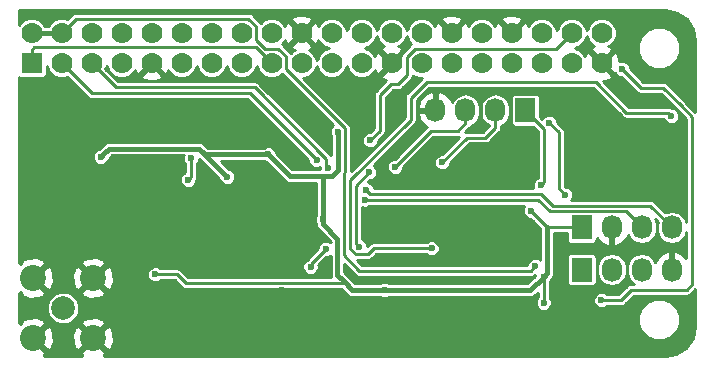
<source format=gbl>
G04 #@! TF.GenerationSoftware,KiCad,Pcbnew,no-vcs-found-826efab~61~ubuntu17.10.1*
G04 #@! TF.CreationDate,2018-02-09T13:34:09+01:00*
G04 #@! TF.ProjectId,mmdvm_hs-hat,6D6D64766D5F68732D6861742E6B6963,1.5*
G04 #@! TF.SameCoordinates,Original*
G04 #@! TF.FileFunction,Copper,L2,Bot,Signal*
G04 #@! TF.FilePolarity,Positive*
%FSLAX46Y46*%
G04 Gerber Fmt 4.6, Leading zero omitted, Abs format (unit mm)*
G04 Created by KiCad (PCBNEW no-vcs-found-826efab~61~ubuntu17.10.1) date Fri Feb  9 13:34:09 2018*
%MOMM*%
%LPD*%
G01*
G04 APERTURE LIST*
%ADD10C,0.600000*%
%ADD11C,2.200000*%
%ADD12C,2.000000*%
%ADD13R,1.778000X1.778000*%
%ADD14C,1.778000*%
%ADD15R,1.727200X2.032000*%
%ADD16O,1.727200X2.032000*%
%ADD17C,0.250000*%
%ADD18C,0.400000*%
%ADD19C,0.254000*%
G04 APERTURE END LIST*
D10*
X174400000Y-122600000D03*
X213750000Y-134750000D03*
X167600000Y-113000000D03*
X188750000Y-127750000D03*
X202500000Y-127250000D03*
X202500000Y-123000000D03*
X197500000Y-123000000D03*
X208000000Y-114500000D03*
X174750000Y-114500000D03*
X191500000Y-129000000D03*
X185250000Y-118250000D03*
X184500000Y-120250000D03*
X218750000Y-117500000D03*
X218750000Y-119500000D03*
X201050000Y-117750000D03*
X194000000Y-118500000D03*
X210000000Y-130500000D03*
X204750000Y-135000000D03*
X195000000Y-131500000D03*
X195000000Y-135100000D03*
X195500000Y-129000000D03*
X181000000Y-130000000D03*
X171250000Y-134750000D03*
X171250000Y-131250000D03*
X191500000Y-113250000D03*
X177250000Y-116250000D03*
X185000000Y-112750000D03*
X170250000Y-122500000D03*
X168750000Y-122500000D03*
X166000000Y-122500000D03*
X171000000Y-126250000D03*
X171000000Y-124750000D03*
X168750000Y-125750000D03*
X167500000Y-124750000D03*
X165500000Y-124750000D03*
X164000000Y-125250000D03*
X163000000Y-126500000D03*
X163000000Y-122500000D03*
X163000000Y-120500000D03*
X163000000Y-118500000D03*
X163000000Y-116500000D03*
X163000000Y-114500000D03*
X163000000Y-112500000D03*
X185000000Y-129750000D03*
X197000000Y-127500000D03*
X182600000Y-126600000D03*
X181400000Y-126600000D03*
X180200000Y-126600000D03*
X179000000Y-126600000D03*
X182600000Y-125400000D03*
X181400000Y-125400000D03*
X180200000Y-125400000D03*
X179000000Y-125400000D03*
X182600000Y-124200000D03*
X181400000Y-124200000D03*
X180200000Y-124200000D03*
X179000000Y-124200000D03*
X182600000Y-123000000D03*
X181400000Y-123000000D03*
X180200000Y-123000000D03*
X179000000Y-123000000D03*
D11*
X163960000Y-133790000D03*
X163960000Y-128710000D03*
X169040000Y-128710000D03*
X169040000Y-133790000D03*
D12*
X166500000Y-131250000D03*
D13*
X163830000Y-110507121D03*
D14*
X163830000Y-107967121D03*
X166370000Y-110507121D03*
X166370000Y-107967121D03*
X168910000Y-110507121D03*
X168910000Y-107967121D03*
X171450000Y-110507121D03*
X171450000Y-107967121D03*
X173990000Y-110507121D03*
X173990000Y-107967121D03*
X176530000Y-110507121D03*
X176530000Y-107967121D03*
X179070000Y-110507121D03*
X179070000Y-107967121D03*
X181610000Y-110507121D03*
X181610000Y-107967121D03*
X184150000Y-110507121D03*
X184150000Y-107967121D03*
X186690000Y-110507121D03*
X186690000Y-107967121D03*
X189230000Y-110507121D03*
X189230000Y-107967121D03*
X191770000Y-110507121D03*
X191770000Y-107967121D03*
X194310000Y-110507121D03*
X194310000Y-107967121D03*
X196850000Y-110507121D03*
X196850000Y-107967121D03*
X199390000Y-110507121D03*
X199390000Y-107967121D03*
X201930000Y-110507121D03*
X201930000Y-107967121D03*
X204470000Y-110507121D03*
X204470000Y-107967121D03*
X207010000Y-110507121D03*
X207010000Y-107967121D03*
X209550000Y-110507121D03*
X209550000Y-107967121D03*
X212090000Y-110507121D03*
X212090000Y-107967121D03*
D15*
X210420000Y-124418600D03*
D16*
X212960000Y-124418600D03*
X215500000Y-124418600D03*
X218040000Y-124418600D03*
D15*
X210420000Y-128000000D03*
D16*
X212960000Y-128000000D03*
X215500000Y-128000000D03*
X218040000Y-128000000D03*
D15*
X205638400Y-114503200D03*
D16*
X203098400Y-114503200D03*
X200558400Y-114503200D03*
X198018400Y-114503200D03*
D10*
X175750000Y-127750000D03*
X188087000Y-125000000D03*
X212077300Y-130594100D03*
X213800000Y-111000000D03*
X198602600Y-118922800D03*
X187452000Y-127762000D03*
X188750000Y-126238000D03*
X177350000Y-118550000D03*
X177100000Y-120400000D03*
X194627500Y-119303800D03*
X206490000Y-127695000D03*
X218000000Y-115000000D03*
X197700000Y-126200000D03*
X192024000Y-122072400D03*
X188925200Y-119380000D03*
X187960000Y-118719600D03*
X192125600Y-121259600D03*
X191566800Y-126060200D03*
X192405000Y-119761000D03*
X192506600Y-117043200D03*
X193750000Y-129750000D03*
X188500000Y-123750000D03*
X189750000Y-116350000D03*
X169700000Y-118450000D03*
X206959200Y-120853200D03*
X206100000Y-123000000D03*
X207190000Y-130800000D03*
X174300000Y-128400000D03*
X207190000Y-128610000D03*
X183850000Y-118250000D03*
X180400000Y-120150000D03*
X209000000Y-121650000D03*
X207650000Y-115550000D03*
D17*
X184150000Y-110507121D02*
X182824001Y-109181122D01*
X182824001Y-109181122D02*
X164016999Y-109181122D01*
X163830000Y-109368121D02*
X163830000Y-110507121D01*
X164016999Y-109181122D02*
X163830000Y-109368121D01*
X212877400Y-130594100D02*
X213705900Y-130594100D01*
X215400000Y-112600000D02*
X213800000Y-111000000D01*
X217300000Y-112600000D02*
X215400000Y-112600000D01*
X218800000Y-114100000D02*
X217300000Y-112600000D01*
X218800000Y-114101200D02*
X218800000Y-114100000D01*
X219760800Y-115062000D02*
X218800000Y-114101200D01*
X219760800Y-128257300D02*
X219760800Y-115062000D01*
X212077300Y-130594100D02*
X212877400Y-130594100D01*
X219760800Y-129239200D02*
X219760800Y-128257300D01*
X219300000Y-129700000D02*
X219760800Y-129239200D01*
X214600000Y-129700000D02*
X219300000Y-129700000D01*
X213705900Y-130594100D02*
X214600000Y-129700000D01*
X202006200Y-116814600D02*
X202260200Y-116814600D01*
X200710800Y-116814600D02*
X202006200Y-116814600D01*
X198602600Y-118922800D02*
X200710800Y-116814600D01*
X203098400Y-115976400D02*
X203098400Y-114503200D01*
X202260200Y-116814600D02*
X203098400Y-115976400D01*
X187452000Y-127762000D02*
X187452000Y-127536000D01*
X187452000Y-127536000D02*
X188750000Y-126238000D01*
X177350000Y-118550000D02*
X177350000Y-120150000D01*
X177350000Y-120150000D02*
X177100000Y-120400000D01*
X197650100Y-116281200D02*
X199898000Y-116281200D01*
X197650100Y-116281200D02*
X194627500Y-119303800D01*
X200558400Y-115620800D02*
X200558400Y-114503200D01*
X199898000Y-116281200D02*
X200558400Y-115620800D01*
X206124999Y-128125001D02*
X206490000Y-127695000D01*
X206490000Y-127695000D02*
X206500000Y-127750000D01*
X190250000Y-125000000D02*
X190249991Y-125000009D01*
X190249991Y-125000009D02*
X190249991Y-126786401D01*
X190249991Y-126786401D02*
X191588591Y-128125001D01*
X191588591Y-128125001D02*
X206124999Y-128125001D01*
X190250000Y-119833678D02*
X190250000Y-125000000D01*
X166370000Y-107967121D02*
X167584001Y-106753120D01*
X167584001Y-106753120D02*
X182192721Y-106753120D01*
X182824001Y-108544712D02*
X183572409Y-109293120D01*
X182192721Y-106753120D02*
X182824001Y-107384400D01*
X182824001Y-107384400D02*
X182824001Y-108544712D01*
X184732721Y-109293120D02*
X185364001Y-109924400D01*
X190375001Y-119708677D02*
X190250000Y-119833678D01*
X183572409Y-109293120D02*
X184732721Y-109293120D01*
X185364001Y-109924400D02*
X185364001Y-111038999D01*
X185364001Y-111038999D02*
X190375001Y-116049999D01*
X190375001Y-116049999D02*
X190375001Y-119708677D01*
D18*
X163830000Y-107967121D02*
X166370000Y-107967121D01*
D17*
X218000000Y-115000000D02*
X217700001Y-114700001D01*
X214200001Y-114700001D02*
X211600000Y-112100000D01*
X217700001Y-114700001D02*
X214200001Y-114700001D01*
X195935600Y-113436400D02*
X195935600Y-115314400D01*
X211600000Y-112100000D02*
X197272000Y-112100000D01*
X197272000Y-112100000D02*
X195935600Y-113436400D01*
X195935600Y-115314400D02*
X190824690Y-120425310D01*
X190824690Y-120425310D02*
X190824690Y-126243092D01*
X190824690Y-126243092D02*
X191266799Y-126685201D01*
X191266799Y-126685201D02*
X192314799Y-126685201D01*
X192800000Y-126200000D02*
X197300000Y-126200000D01*
X192314799Y-126685201D02*
X192800000Y-126200000D01*
X197300000Y-126200000D02*
X197700000Y-126200000D01*
X193395600Y-122072400D02*
X206722400Y-122072400D01*
X193395600Y-122072400D02*
X192024000Y-122072400D01*
X214131400Y-123050000D02*
X215500000Y-124418600D01*
X207700000Y-123050000D02*
X214131400Y-123050000D01*
X206722400Y-122072400D02*
X207700000Y-123050000D01*
X181152800Y-112572800D02*
X170975679Y-112572800D01*
X188925200Y-119380000D02*
X188772800Y-119227600D01*
X188772800Y-119227600D02*
X188772800Y-118618000D01*
X188772800Y-118618000D02*
X182727600Y-112572800D01*
X182727600Y-112572800D02*
X181152800Y-112572800D01*
X170975679Y-112572800D02*
X168910000Y-110507121D01*
X193150000Y-121615200D02*
X206965200Y-121615200D01*
X216221398Y-122599998D02*
X218040000Y-124418600D01*
X207949998Y-122599998D02*
X216221398Y-122599998D01*
X206965200Y-121615200D02*
X207949998Y-122599998D01*
X181508400Y-113080800D02*
X168943679Y-113080800D01*
X187960000Y-118719600D02*
X182321200Y-113080800D01*
X182321200Y-113080800D02*
X181508400Y-113080800D01*
X193192400Y-121615200D02*
X193150000Y-121615200D01*
X193150000Y-121615200D02*
X192481200Y-121615200D01*
X192481200Y-121615200D02*
X192125600Y-121259600D01*
X168943679Y-113080800D02*
X166370000Y-110507121D01*
X209550000Y-107967121D02*
X208224001Y-109293120D01*
X208224001Y-109293120D02*
X196267279Y-109293120D01*
X196267279Y-109293120D02*
X195605400Y-109954999D01*
X193294000Y-113245900D02*
X193294000Y-116255800D01*
X195605400Y-109954999D02*
X195605400Y-111518700D01*
X195605400Y-111518700D02*
X194818000Y-112306100D01*
X194818000Y-112306100D02*
X194233800Y-112306100D01*
X194233800Y-112306100D02*
X193294000Y-113245900D01*
X193294000Y-116255800D02*
X192506600Y-117043200D01*
X191566800Y-126060200D02*
X191274700Y-125768100D01*
X191274700Y-125768100D02*
X191274700Y-120891300D01*
X191274700Y-120891300D02*
X192405000Y-119761000D01*
X206100000Y-123000000D02*
X207500000Y-124400000D01*
X207500000Y-124400000D02*
X210401400Y-124400000D01*
X210401400Y-124400000D02*
X210420000Y-124418600D01*
D18*
X189724981Y-128474981D02*
X190250000Y-129000000D01*
X190250000Y-129000000D02*
X191000000Y-129750000D01*
D17*
X176150000Y-128400000D02*
X176874999Y-129124999D01*
X176874999Y-129124999D02*
X190125001Y-129124999D01*
X190125001Y-129124999D02*
X190250000Y-129000000D01*
X174300000Y-128400000D02*
X176150000Y-128400000D01*
D18*
X207500000Y-128300000D02*
X207500000Y-124400000D01*
X207190000Y-128610000D02*
X207500000Y-128300000D01*
X188500000Y-124174264D02*
X189724981Y-125399245D01*
X189724981Y-125399245D02*
X189724981Y-128474981D01*
X188500000Y-123750000D02*
X188500000Y-124174264D01*
X191000000Y-129750000D02*
X193107524Y-129750000D01*
X193107524Y-129750000D02*
X193750000Y-129750000D01*
X193750000Y-129750000D02*
X206050000Y-129750000D01*
X206050000Y-129750000D02*
X207190000Y-128610000D01*
X188500000Y-123750000D02*
X188500000Y-120080001D01*
X185680001Y-120080001D02*
X188500000Y-120080001D01*
X188500000Y-120080001D02*
X189261201Y-120080001D01*
X183850000Y-118250000D02*
X185680001Y-120080001D01*
X189261201Y-120080001D02*
X189750000Y-119591202D01*
X189750000Y-119591202D02*
X189750000Y-116350000D01*
X183850000Y-118250000D02*
X178500000Y-118250000D01*
X178500000Y-118250000D02*
X178000000Y-117750000D01*
X180400000Y-120150000D02*
X178000000Y-117750000D01*
X178000000Y-117750000D02*
X170400000Y-117750000D01*
X170400000Y-117750000D02*
X169999999Y-118150001D01*
X169999999Y-118150001D02*
X169700000Y-118450000D01*
D17*
X207213200Y-116078000D02*
X205638400Y-114503200D01*
X207213200Y-120599200D02*
X207213200Y-116078000D01*
X206959200Y-120853200D02*
X207213200Y-120599200D01*
X205790800Y-114655600D02*
X205638400Y-114503200D01*
X206556700Y-123456700D02*
X206100000Y-123000000D01*
X206600000Y-123500000D02*
X206100000Y-123000000D01*
X207320000Y-128610000D02*
X207190000Y-128610000D01*
X207190000Y-130800000D02*
X207190000Y-128610000D01*
X208450000Y-121100000D02*
X209000000Y-121650000D01*
X208450000Y-116350000D02*
X208450000Y-121100000D01*
X207650000Y-115550000D02*
X208450000Y-116350000D01*
D19*
G36*
X165293346Y-111226518D02*
X165650603Y-111583775D01*
X166117381Y-111777121D01*
X166622619Y-111777121D01*
X166836016Y-111688729D01*
X168550642Y-113403355D01*
X168578873Y-113445606D01*
X168691460Y-113520833D01*
X168746247Y-113557441D01*
X168943679Y-113596713D01*
X168993514Y-113586800D01*
X182111609Y-113586800D01*
X187279000Y-118754192D01*
X187279000Y-118855059D01*
X187382676Y-119105356D01*
X187574244Y-119296924D01*
X187824541Y-119400600D01*
X188095459Y-119400600D01*
X188244200Y-119338990D01*
X188244200Y-119499001D01*
X185920659Y-119499001D01*
X184527324Y-118105667D01*
X184427324Y-117864244D01*
X184235756Y-117672676D01*
X183985459Y-117569000D01*
X183714541Y-117569000D01*
X183473119Y-117669000D01*
X178740658Y-117669000D01*
X178451292Y-117379634D01*
X178418877Y-117331123D01*
X178226695Y-117202710D01*
X178057222Y-117169000D01*
X178057218Y-117169000D01*
X178000000Y-117157619D01*
X177942782Y-117169000D01*
X170457218Y-117169000D01*
X170400000Y-117157619D01*
X170342782Y-117169000D01*
X170342778Y-117169000D01*
X170173305Y-117202710D01*
X170029633Y-117298709D01*
X170029632Y-117298710D01*
X169981123Y-117331123D01*
X169948710Y-117379632D01*
X169629632Y-117698710D01*
X169629633Y-117698710D01*
X169555667Y-117772676D01*
X169314244Y-117872676D01*
X169122676Y-118064244D01*
X169019000Y-118314541D01*
X169019000Y-118585459D01*
X169122676Y-118835756D01*
X169314244Y-119027324D01*
X169564541Y-119131000D01*
X169835459Y-119131000D01*
X170085756Y-119027324D01*
X170277324Y-118835756D01*
X170377324Y-118594333D01*
X170451290Y-118520367D01*
X170640658Y-118331000D01*
X176703604Y-118331000D01*
X176669000Y-118414541D01*
X176669000Y-118685459D01*
X176772676Y-118935756D01*
X176844000Y-119007080D01*
X176844001Y-119768929D01*
X176714244Y-119822676D01*
X176522676Y-120014244D01*
X176419000Y-120264541D01*
X176419000Y-120535459D01*
X176522676Y-120785756D01*
X176714244Y-120977324D01*
X176964541Y-121081000D01*
X177235459Y-121081000D01*
X177485756Y-120977324D01*
X177677324Y-120785756D01*
X177781000Y-120535459D01*
X177781000Y-120415738D01*
X177826641Y-120347431D01*
X177856000Y-120199835D01*
X177865913Y-120150001D01*
X177856000Y-120100167D01*
X177856000Y-119007080D01*
X177927324Y-118935756D01*
X178031000Y-118685459D01*
X178031000Y-118602658D01*
X178048710Y-118620368D01*
X178081123Y-118668877D01*
X178129632Y-118701290D01*
X179722676Y-120294334D01*
X179822676Y-120535756D01*
X180014244Y-120727324D01*
X180264541Y-120831000D01*
X180535459Y-120831000D01*
X180785756Y-120727324D01*
X180977324Y-120535756D01*
X181081000Y-120285459D01*
X181081000Y-120014541D01*
X180977324Y-119764244D01*
X180785756Y-119572676D01*
X180544334Y-119472676D01*
X179902658Y-118831000D01*
X183473119Y-118831000D01*
X183705667Y-118927324D01*
X185228711Y-120450369D01*
X185261124Y-120498878D01*
X185309633Y-120531291D01*
X185315871Y-120535459D01*
X185453306Y-120627291D01*
X185622779Y-120661001D01*
X185622783Y-120661001D01*
X185680000Y-120672382D01*
X185737217Y-120661001D01*
X187919001Y-120661001D01*
X187919000Y-123373118D01*
X187819000Y-123614541D01*
X187819000Y-123885459D01*
X187917678Y-124123691D01*
X187907619Y-124174264D01*
X187919000Y-124231482D01*
X187919000Y-124231486D01*
X187952710Y-124400959D01*
X188081124Y-124593141D01*
X188129633Y-124625554D01*
X189143981Y-125639903D01*
X189143981Y-125668901D01*
X189135756Y-125660676D01*
X188885459Y-125557000D01*
X188614541Y-125557000D01*
X188364244Y-125660676D01*
X188172676Y-125852244D01*
X188069000Y-126102541D01*
X188069000Y-126203408D01*
X187129445Y-127142964D01*
X187087195Y-127171194D01*
X187082757Y-127177836D01*
X187066244Y-127184676D01*
X186874676Y-127376244D01*
X186771000Y-127626541D01*
X186771000Y-127897459D01*
X186874676Y-128147756D01*
X187066244Y-128339324D01*
X187316541Y-128443000D01*
X187587459Y-128443000D01*
X187837756Y-128339324D01*
X188029324Y-128147756D01*
X188133000Y-127897459D01*
X188133000Y-127626541D01*
X188116613Y-127586979D01*
X188784592Y-126919000D01*
X188885459Y-126919000D01*
X189135756Y-126815324D01*
X189143981Y-126807099D01*
X189143982Y-128417758D01*
X189132600Y-128474981D01*
X189161246Y-128618999D01*
X177084591Y-128618999D01*
X176543038Y-128077447D01*
X176514806Y-128035194D01*
X176347431Y-127923359D01*
X176199835Y-127894000D01*
X176199834Y-127894000D01*
X176150000Y-127884087D01*
X176100166Y-127894000D01*
X174757080Y-127894000D01*
X174685756Y-127822676D01*
X174435459Y-127719000D01*
X174164541Y-127719000D01*
X173914244Y-127822676D01*
X173722676Y-128014244D01*
X173619000Y-128264541D01*
X173619000Y-128535459D01*
X173722676Y-128785756D01*
X173914244Y-128977324D01*
X174164541Y-129081000D01*
X174435459Y-129081000D01*
X174685756Y-128977324D01*
X174757080Y-128906000D01*
X175940409Y-128906000D01*
X176481962Y-129447554D01*
X176510193Y-129489805D01*
X176677568Y-129601640D01*
X176825164Y-129630999D01*
X176874998Y-129640912D01*
X176924832Y-129630999D01*
X190059342Y-129630999D01*
X190548710Y-130120368D01*
X190581123Y-130168877D01*
X190629632Y-130201290D01*
X190636681Y-130206000D01*
X190773305Y-130297290D01*
X190942778Y-130331000D01*
X190942782Y-130331000D01*
X190999999Y-130342381D01*
X191057216Y-130331000D01*
X193373119Y-130331000D01*
X193614541Y-130431000D01*
X193885459Y-130431000D01*
X194126881Y-130331000D01*
X205992782Y-130331000D01*
X206050000Y-130342381D01*
X206107218Y-130331000D01*
X206107222Y-130331000D01*
X206276695Y-130297290D01*
X206468877Y-130168877D01*
X206501292Y-130120365D01*
X206684000Y-129937657D01*
X206684000Y-130342920D01*
X206612676Y-130414244D01*
X206509000Y-130664541D01*
X206509000Y-130935459D01*
X206612676Y-131185756D01*
X206804244Y-131377324D01*
X207054541Y-131481000D01*
X207325459Y-131481000D01*
X207575756Y-131377324D01*
X207767324Y-131185756D01*
X207871000Y-130935459D01*
X207871000Y-130664541D01*
X207767324Y-130414244D01*
X207696000Y-130342920D01*
X207696000Y-129067080D01*
X207767324Y-128995756D01*
X207867324Y-128754333D01*
X207870366Y-128751291D01*
X207918877Y-128718877D01*
X208047290Y-128526695D01*
X208081000Y-128357222D01*
X208081000Y-128357218D01*
X208092381Y-128300001D01*
X208081000Y-128242784D01*
X208081000Y-126984000D01*
X209167936Y-126984000D01*
X209167936Y-129016000D01*
X209197506Y-129164659D01*
X209281714Y-129290686D01*
X209407741Y-129374894D01*
X209556400Y-129404464D01*
X211283600Y-129404464D01*
X211432259Y-129374894D01*
X211558286Y-129290686D01*
X211642494Y-129164659D01*
X211672064Y-129016000D01*
X211672064Y-127725020D01*
X211715400Y-127725020D01*
X211715400Y-128274981D01*
X211787613Y-128638019D01*
X212062695Y-129049706D01*
X212474382Y-129324787D01*
X212960000Y-129421383D01*
X213445619Y-129324787D01*
X213857306Y-129049706D01*
X214132387Y-128638018D01*
X214204600Y-128274980D01*
X214204600Y-127725019D01*
X214132387Y-127361981D01*
X213857306Y-126950294D01*
X213445618Y-126675213D01*
X212960000Y-126578617D01*
X212474381Y-126675213D01*
X212062694Y-126950294D01*
X211787613Y-127361982D01*
X211715400Y-127725020D01*
X211672064Y-127725020D01*
X211672064Y-126984000D01*
X211642494Y-126835341D01*
X211558286Y-126709314D01*
X211432259Y-126625106D01*
X211283600Y-126595536D01*
X209556400Y-126595536D01*
X209407741Y-126625106D01*
X209281714Y-126709314D01*
X209197506Y-126835341D01*
X209167936Y-126984000D01*
X208081000Y-126984000D01*
X208081000Y-124906000D01*
X209167936Y-124906000D01*
X209167936Y-125434600D01*
X209197506Y-125583259D01*
X209281714Y-125709286D01*
X209407741Y-125793494D01*
X209556400Y-125823064D01*
X211283600Y-125823064D01*
X211432259Y-125793494D01*
X211558286Y-125709286D01*
X211642494Y-125583259D01*
X211672064Y-125434600D01*
X211672064Y-125337417D01*
X212057964Y-125769332D01*
X212585209Y-126023309D01*
X212600974Y-126025958D01*
X212833000Y-125904817D01*
X212833000Y-124545600D01*
X212813000Y-124545600D01*
X212813000Y-124291600D01*
X212833000Y-124291600D01*
X212833000Y-124271600D01*
X213087000Y-124271600D01*
X213087000Y-124291600D01*
X213107000Y-124291600D01*
X213107000Y-124545600D01*
X213087000Y-124545600D01*
X213087000Y-125904817D01*
X213319026Y-126025958D01*
X213334791Y-126023309D01*
X213862036Y-125769332D01*
X214251954Y-125332920D01*
X214341391Y-125077238D01*
X214602695Y-125468306D01*
X215014382Y-125743387D01*
X215500000Y-125839983D01*
X215985619Y-125743387D01*
X216397306Y-125468306D01*
X216672387Y-125056618D01*
X216744600Y-124693580D01*
X216744600Y-124143619D01*
X216672387Y-123780581D01*
X216644190Y-123738382D01*
X216837546Y-123931738D01*
X216795400Y-124143620D01*
X216795400Y-124693581D01*
X216867613Y-125056619D01*
X217142695Y-125468306D01*
X217554382Y-125743387D01*
X218040000Y-125839983D01*
X218525619Y-125743387D01*
X218937306Y-125468306D01*
X219212387Y-125056618D01*
X219254800Y-124843393D01*
X219254800Y-126999326D01*
X218942036Y-126649268D01*
X218414791Y-126395291D01*
X218399026Y-126392642D01*
X218167000Y-126513783D01*
X218167000Y-127873000D01*
X218187000Y-127873000D01*
X218187000Y-128127000D01*
X218167000Y-128127000D01*
X218167000Y-128147000D01*
X217913000Y-128147000D01*
X217913000Y-128127000D01*
X217893000Y-128127000D01*
X217893000Y-127873000D01*
X217913000Y-127873000D01*
X217913000Y-126513783D01*
X217680974Y-126392642D01*
X217665209Y-126395291D01*
X217137964Y-126649268D01*
X216748046Y-127085680D01*
X216658610Y-127341362D01*
X216397306Y-126950294D01*
X215985618Y-126675213D01*
X215500000Y-126578617D01*
X215014381Y-126675213D01*
X214602694Y-126950294D01*
X214327613Y-127361982D01*
X214255400Y-127725020D01*
X214255400Y-128274981D01*
X214327613Y-128638019D01*
X214602695Y-129049706D01*
X214818646Y-129194000D01*
X214649833Y-129194000D01*
X214599999Y-129184087D01*
X214550165Y-129194000D01*
X214402569Y-129223359D01*
X214235194Y-129335194D01*
X214206963Y-129377445D01*
X213496309Y-130088100D01*
X212534380Y-130088100D01*
X212463056Y-130016776D01*
X212212759Y-129913100D01*
X211941841Y-129913100D01*
X211691544Y-130016776D01*
X211499976Y-130208344D01*
X211396300Y-130458641D01*
X211396300Y-130729559D01*
X211499976Y-130979856D01*
X211691544Y-131171424D01*
X211941841Y-131275100D01*
X212212759Y-131275100D01*
X212463056Y-131171424D01*
X212534380Y-131100100D01*
X213656066Y-131100100D01*
X213705900Y-131110013D01*
X213755734Y-131100100D01*
X213755735Y-131100100D01*
X213903331Y-131070741D01*
X214070706Y-130958906D01*
X214098938Y-130916653D01*
X214809592Y-130206000D01*
X219250166Y-130206000D01*
X219300000Y-130215913D01*
X219349834Y-130206000D01*
X219349835Y-130206000D01*
X219497431Y-130176641D01*
X219664806Y-130064806D01*
X219693038Y-130022553D01*
X220044001Y-129671591D01*
X220044001Y-132847271D01*
X219813908Y-133828931D01*
X219247822Y-134616969D01*
X218419854Y-135130502D01*
X217518327Y-135294000D01*
X169969770Y-135294000D01*
X169974359Y-135292099D01*
X170085263Y-135014868D01*
X169040000Y-133969605D01*
X167994737Y-135014868D01*
X168105641Y-135292099D01*
X168110690Y-135294000D01*
X164889770Y-135294000D01*
X164894359Y-135292099D01*
X165005263Y-135014868D01*
X163960000Y-133969605D01*
X163945858Y-133983748D01*
X163766253Y-133804143D01*
X163780395Y-133790000D01*
X164139605Y-133790000D01*
X165184868Y-134835263D01*
X165462099Y-134724359D01*
X165705323Y-134078407D01*
X165686521Y-133501593D01*
X167294677Y-133501593D01*
X167317164Y-134191453D01*
X167537901Y-134724359D01*
X167815132Y-134835263D01*
X168860395Y-133790000D01*
X169219605Y-133790000D01*
X170264868Y-134835263D01*
X170542099Y-134724359D01*
X170785323Y-134078407D01*
X170762836Y-133388547D01*
X170542099Y-132855641D01*
X170264868Y-132744737D01*
X169219605Y-133790000D01*
X168860395Y-133790000D01*
X167815132Y-132744737D01*
X167537901Y-132855641D01*
X167294677Y-133501593D01*
X165686521Y-133501593D01*
X165682836Y-133388547D01*
X165462099Y-132855641D01*
X165184868Y-132744737D01*
X164139605Y-133790000D01*
X163780395Y-133790000D01*
X163766253Y-133775858D01*
X163945858Y-133596253D01*
X163960000Y-133610395D01*
X165005263Y-132565132D01*
X164894359Y-132287901D01*
X164248407Y-132044677D01*
X163558547Y-132067164D01*
X163025641Y-132287901D01*
X162914738Y-132565130D01*
X162800698Y-132451090D01*
X162727000Y-132524788D01*
X162727000Y-130975302D01*
X165119000Y-130975302D01*
X165119000Y-131524698D01*
X165329245Y-132032273D01*
X165717727Y-132420755D01*
X166225302Y-132631000D01*
X166774698Y-132631000D01*
X166933717Y-132565132D01*
X167994737Y-132565132D01*
X169040000Y-133610395D01*
X170085263Y-132565132D01*
X169974359Y-132287901D01*
X169328407Y-132044677D01*
X168638547Y-132067164D01*
X168105641Y-132287901D01*
X167994737Y-132565132D01*
X166933717Y-132565132D01*
X167282273Y-132420755D01*
X167670755Y-132032273D01*
X167729586Y-131890242D01*
X215204040Y-131890242D01*
X215204040Y-132588480D01*
X215471244Y-133233568D01*
X215964973Y-133727297D01*
X216610061Y-133994501D01*
X217308299Y-133994501D01*
X217953387Y-133727297D01*
X218447116Y-133233568D01*
X218714320Y-132588480D01*
X218714320Y-131890242D01*
X218447116Y-131245154D01*
X217953387Y-130751425D01*
X217308299Y-130484221D01*
X216610061Y-130484221D01*
X215964973Y-130751425D01*
X215471244Y-131245154D01*
X215204040Y-131890242D01*
X167729586Y-131890242D01*
X167881000Y-131524698D01*
X167881000Y-130975302D01*
X167670755Y-130467727D01*
X167282273Y-130079245D01*
X166933718Y-129934868D01*
X167994737Y-129934868D01*
X168105641Y-130212099D01*
X168751593Y-130455323D01*
X169441453Y-130432836D01*
X169974359Y-130212099D01*
X170085263Y-129934868D01*
X169040000Y-128889605D01*
X167994737Y-129934868D01*
X166933718Y-129934868D01*
X166774698Y-129869000D01*
X166225302Y-129869000D01*
X165717727Y-130079245D01*
X165329245Y-130467727D01*
X165119000Y-130975302D01*
X162727000Y-130975302D01*
X162727000Y-129975212D01*
X162800698Y-130048910D01*
X162914738Y-129934870D01*
X163025641Y-130212099D01*
X163671593Y-130455323D01*
X164361453Y-130432836D01*
X164894359Y-130212099D01*
X165005263Y-129934868D01*
X163960000Y-128889605D01*
X163945858Y-128903748D01*
X163766253Y-128724143D01*
X163780395Y-128710000D01*
X164139605Y-128710000D01*
X165184868Y-129755263D01*
X165462099Y-129644359D01*
X165705323Y-128998407D01*
X165686521Y-128421593D01*
X167294677Y-128421593D01*
X167317164Y-129111453D01*
X167537901Y-129644359D01*
X167815132Y-129755263D01*
X168860395Y-128710000D01*
X169219605Y-128710000D01*
X170264868Y-129755263D01*
X170542099Y-129644359D01*
X170785323Y-128998407D01*
X170762836Y-128308547D01*
X170542099Y-127775641D01*
X170264868Y-127664737D01*
X169219605Y-128710000D01*
X168860395Y-128710000D01*
X167815132Y-127664737D01*
X167537901Y-127775641D01*
X167294677Y-128421593D01*
X165686521Y-128421593D01*
X165682836Y-128308547D01*
X165462099Y-127775641D01*
X165184868Y-127664737D01*
X164139605Y-128710000D01*
X163780395Y-128710000D01*
X163766253Y-128695858D01*
X163945858Y-128516253D01*
X163960000Y-128530395D01*
X165005263Y-127485132D01*
X167994737Y-127485132D01*
X169040000Y-128530395D01*
X170085263Y-127485132D01*
X169974359Y-127207901D01*
X169328407Y-126964677D01*
X168638547Y-126987164D01*
X168105641Y-127207901D01*
X167994737Y-127485132D01*
X165005263Y-127485132D01*
X164894359Y-127207901D01*
X164248407Y-126964677D01*
X163558547Y-126987164D01*
X163025641Y-127207901D01*
X162914738Y-127485130D01*
X162800698Y-127371090D01*
X162727000Y-127444788D01*
X162727000Y-111711356D01*
X162792341Y-111755015D01*
X162941000Y-111784585D01*
X164719000Y-111784585D01*
X164867659Y-111755015D01*
X164993686Y-111670807D01*
X165077894Y-111544780D01*
X165107464Y-111396121D01*
X165107464Y-110777760D01*
X165293346Y-111226518D01*
X165293346Y-111226518D01*
G37*
X165293346Y-111226518D02*
X165650603Y-111583775D01*
X166117381Y-111777121D01*
X166622619Y-111777121D01*
X166836016Y-111688729D01*
X168550642Y-113403355D01*
X168578873Y-113445606D01*
X168691460Y-113520833D01*
X168746247Y-113557441D01*
X168943679Y-113596713D01*
X168993514Y-113586800D01*
X182111609Y-113586800D01*
X187279000Y-118754192D01*
X187279000Y-118855059D01*
X187382676Y-119105356D01*
X187574244Y-119296924D01*
X187824541Y-119400600D01*
X188095459Y-119400600D01*
X188244200Y-119338990D01*
X188244200Y-119499001D01*
X185920659Y-119499001D01*
X184527324Y-118105667D01*
X184427324Y-117864244D01*
X184235756Y-117672676D01*
X183985459Y-117569000D01*
X183714541Y-117569000D01*
X183473119Y-117669000D01*
X178740658Y-117669000D01*
X178451292Y-117379634D01*
X178418877Y-117331123D01*
X178226695Y-117202710D01*
X178057222Y-117169000D01*
X178057218Y-117169000D01*
X178000000Y-117157619D01*
X177942782Y-117169000D01*
X170457218Y-117169000D01*
X170400000Y-117157619D01*
X170342782Y-117169000D01*
X170342778Y-117169000D01*
X170173305Y-117202710D01*
X170029633Y-117298709D01*
X170029632Y-117298710D01*
X169981123Y-117331123D01*
X169948710Y-117379632D01*
X169629632Y-117698710D01*
X169629633Y-117698710D01*
X169555667Y-117772676D01*
X169314244Y-117872676D01*
X169122676Y-118064244D01*
X169019000Y-118314541D01*
X169019000Y-118585459D01*
X169122676Y-118835756D01*
X169314244Y-119027324D01*
X169564541Y-119131000D01*
X169835459Y-119131000D01*
X170085756Y-119027324D01*
X170277324Y-118835756D01*
X170377324Y-118594333D01*
X170451290Y-118520367D01*
X170640658Y-118331000D01*
X176703604Y-118331000D01*
X176669000Y-118414541D01*
X176669000Y-118685459D01*
X176772676Y-118935756D01*
X176844000Y-119007080D01*
X176844001Y-119768929D01*
X176714244Y-119822676D01*
X176522676Y-120014244D01*
X176419000Y-120264541D01*
X176419000Y-120535459D01*
X176522676Y-120785756D01*
X176714244Y-120977324D01*
X176964541Y-121081000D01*
X177235459Y-121081000D01*
X177485756Y-120977324D01*
X177677324Y-120785756D01*
X177781000Y-120535459D01*
X177781000Y-120415738D01*
X177826641Y-120347431D01*
X177856000Y-120199835D01*
X177865913Y-120150001D01*
X177856000Y-120100167D01*
X177856000Y-119007080D01*
X177927324Y-118935756D01*
X178031000Y-118685459D01*
X178031000Y-118602658D01*
X178048710Y-118620368D01*
X178081123Y-118668877D01*
X178129632Y-118701290D01*
X179722676Y-120294334D01*
X179822676Y-120535756D01*
X180014244Y-120727324D01*
X180264541Y-120831000D01*
X180535459Y-120831000D01*
X180785756Y-120727324D01*
X180977324Y-120535756D01*
X181081000Y-120285459D01*
X181081000Y-120014541D01*
X180977324Y-119764244D01*
X180785756Y-119572676D01*
X180544334Y-119472676D01*
X179902658Y-118831000D01*
X183473119Y-118831000D01*
X183705667Y-118927324D01*
X185228711Y-120450369D01*
X185261124Y-120498878D01*
X185309633Y-120531291D01*
X185315871Y-120535459D01*
X185453306Y-120627291D01*
X185622779Y-120661001D01*
X185622783Y-120661001D01*
X185680000Y-120672382D01*
X185737217Y-120661001D01*
X187919001Y-120661001D01*
X187919000Y-123373118D01*
X187819000Y-123614541D01*
X187819000Y-123885459D01*
X187917678Y-124123691D01*
X187907619Y-124174264D01*
X187919000Y-124231482D01*
X187919000Y-124231486D01*
X187952710Y-124400959D01*
X188081124Y-124593141D01*
X188129633Y-124625554D01*
X189143981Y-125639903D01*
X189143981Y-125668901D01*
X189135756Y-125660676D01*
X188885459Y-125557000D01*
X188614541Y-125557000D01*
X188364244Y-125660676D01*
X188172676Y-125852244D01*
X188069000Y-126102541D01*
X188069000Y-126203408D01*
X187129445Y-127142964D01*
X187087195Y-127171194D01*
X187082757Y-127177836D01*
X187066244Y-127184676D01*
X186874676Y-127376244D01*
X186771000Y-127626541D01*
X186771000Y-127897459D01*
X186874676Y-128147756D01*
X187066244Y-128339324D01*
X187316541Y-128443000D01*
X187587459Y-128443000D01*
X187837756Y-128339324D01*
X188029324Y-128147756D01*
X188133000Y-127897459D01*
X188133000Y-127626541D01*
X188116613Y-127586979D01*
X188784592Y-126919000D01*
X188885459Y-126919000D01*
X189135756Y-126815324D01*
X189143981Y-126807099D01*
X189143982Y-128417758D01*
X189132600Y-128474981D01*
X189161246Y-128618999D01*
X177084591Y-128618999D01*
X176543038Y-128077447D01*
X176514806Y-128035194D01*
X176347431Y-127923359D01*
X176199835Y-127894000D01*
X176199834Y-127894000D01*
X176150000Y-127884087D01*
X176100166Y-127894000D01*
X174757080Y-127894000D01*
X174685756Y-127822676D01*
X174435459Y-127719000D01*
X174164541Y-127719000D01*
X173914244Y-127822676D01*
X173722676Y-128014244D01*
X173619000Y-128264541D01*
X173619000Y-128535459D01*
X173722676Y-128785756D01*
X173914244Y-128977324D01*
X174164541Y-129081000D01*
X174435459Y-129081000D01*
X174685756Y-128977324D01*
X174757080Y-128906000D01*
X175940409Y-128906000D01*
X176481962Y-129447554D01*
X176510193Y-129489805D01*
X176677568Y-129601640D01*
X176825164Y-129630999D01*
X176874998Y-129640912D01*
X176924832Y-129630999D01*
X190059342Y-129630999D01*
X190548710Y-130120368D01*
X190581123Y-130168877D01*
X190629632Y-130201290D01*
X190636681Y-130206000D01*
X190773305Y-130297290D01*
X190942778Y-130331000D01*
X190942782Y-130331000D01*
X190999999Y-130342381D01*
X191057216Y-130331000D01*
X193373119Y-130331000D01*
X193614541Y-130431000D01*
X193885459Y-130431000D01*
X194126881Y-130331000D01*
X205992782Y-130331000D01*
X206050000Y-130342381D01*
X206107218Y-130331000D01*
X206107222Y-130331000D01*
X206276695Y-130297290D01*
X206468877Y-130168877D01*
X206501292Y-130120365D01*
X206684000Y-129937657D01*
X206684000Y-130342920D01*
X206612676Y-130414244D01*
X206509000Y-130664541D01*
X206509000Y-130935459D01*
X206612676Y-131185756D01*
X206804244Y-131377324D01*
X207054541Y-131481000D01*
X207325459Y-131481000D01*
X207575756Y-131377324D01*
X207767324Y-131185756D01*
X207871000Y-130935459D01*
X207871000Y-130664541D01*
X207767324Y-130414244D01*
X207696000Y-130342920D01*
X207696000Y-129067080D01*
X207767324Y-128995756D01*
X207867324Y-128754333D01*
X207870366Y-128751291D01*
X207918877Y-128718877D01*
X208047290Y-128526695D01*
X208081000Y-128357222D01*
X208081000Y-128357218D01*
X208092381Y-128300001D01*
X208081000Y-128242784D01*
X208081000Y-126984000D01*
X209167936Y-126984000D01*
X209167936Y-129016000D01*
X209197506Y-129164659D01*
X209281714Y-129290686D01*
X209407741Y-129374894D01*
X209556400Y-129404464D01*
X211283600Y-129404464D01*
X211432259Y-129374894D01*
X211558286Y-129290686D01*
X211642494Y-129164659D01*
X211672064Y-129016000D01*
X211672064Y-127725020D01*
X211715400Y-127725020D01*
X211715400Y-128274981D01*
X211787613Y-128638019D01*
X212062695Y-129049706D01*
X212474382Y-129324787D01*
X212960000Y-129421383D01*
X213445619Y-129324787D01*
X213857306Y-129049706D01*
X214132387Y-128638018D01*
X214204600Y-128274980D01*
X214204600Y-127725019D01*
X214132387Y-127361981D01*
X213857306Y-126950294D01*
X213445618Y-126675213D01*
X212960000Y-126578617D01*
X212474381Y-126675213D01*
X212062694Y-126950294D01*
X211787613Y-127361982D01*
X211715400Y-127725020D01*
X211672064Y-127725020D01*
X211672064Y-126984000D01*
X211642494Y-126835341D01*
X211558286Y-126709314D01*
X211432259Y-126625106D01*
X211283600Y-126595536D01*
X209556400Y-126595536D01*
X209407741Y-126625106D01*
X209281714Y-126709314D01*
X209197506Y-126835341D01*
X209167936Y-126984000D01*
X208081000Y-126984000D01*
X208081000Y-124906000D01*
X209167936Y-124906000D01*
X209167936Y-125434600D01*
X209197506Y-125583259D01*
X209281714Y-125709286D01*
X209407741Y-125793494D01*
X209556400Y-125823064D01*
X211283600Y-125823064D01*
X211432259Y-125793494D01*
X211558286Y-125709286D01*
X211642494Y-125583259D01*
X211672064Y-125434600D01*
X211672064Y-125337417D01*
X212057964Y-125769332D01*
X212585209Y-126023309D01*
X212600974Y-126025958D01*
X212833000Y-125904817D01*
X212833000Y-124545600D01*
X212813000Y-124545600D01*
X212813000Y-124291600D01*
X212833000Y-124291600D01*
X212833000Y-124271600D01*
X213087000Y-124271600D01*
X213087000Y-124291600D01*
X213107000Y-124291600D01*
X213107000Y-124545600D01*
X213087000Y-124545600D01*
X213087000Y-125904817D01*
X213319026Y-126025958D01*
X213334791Y-126023309D01*
X213862036Y-125769332D01*
X214251954Y-125332920D01*
X214341391Y-125077238D01*
X214602695Y-125468306D01*
X215014382Y-125743387D01*
X215500000Y-125839983D01*
X215985619Y-125743387D01*
X216397306Y-125468306D01*
X216672387Y-125056618D01*
X216744600Y-124693580D01*
X216744600Y-124143619D01*
X216672387Y-123780581D01*
X216644190Y-123738382D01*
X216837546Y-123931738D01*
X216795400Y-124143620D01*
X216795400Y-124693581D01*
X216867613Y-125056619D01*
X217142695Y-125468306D01*
X217554382Y-125743387D01*
X218040000Y-125839983D01*
X218525619Y-125743387D01*
X218937306Y-125468306D01*
X219212387Y-125056618D01*
X219254800Y-124843393D01*
X219254800Y-126999326D01*
X218942036Y-126649268D01*
X218414791Y-126395291D01*
X218399026Y-126392642D01*
X218167000Y-126513783D01*
X218167000Y-127873000D01*
X218187000Y-127873000D01*
X218187000Y-128127000D01*
X218167000Y-128127000D01*
X218167000Y-128147000D01*
X217913000Y-128147000D01*
X217913000Y-128127000D01*
X217893000Y-128127000D01*
X217893000Y-127873000D01*
X217913000Y-127873000D01*
X217913000Y-126513783D01*
X217680974Y-126392642D01*
X217665209Y-126395291D01*
X217137964Y-126649268D01*
X216748046Y-127085680D01*
X216658610Y-127341362D01*
X216397306Y-126950294D01*
X215985618Y-126675213D01*
X215500000Y-126578617D01*
X215014381Y-126675213D01*
X214602694Y-126950294D01*
X214327613Y-127361982D01*
X214255400Y-127725020D01*
X214255400Y-128274981D01*
X214327613Y-128638019D01*
X214602695Y-129049706D01*
X214818646Y-129194000D01*
X214649833Y-129194000D01*
X214599999Y-129184087D01*
X214550165Y-129194000D01*
X214402569Y-129223359D01*
X214235194Y-129335194D01*
X214206963Y-129377445D01*
X213496309Y-130088100D01*
X212534380Y-130088100D01*
X212463056Y-130016776D01*
X212212759Y-129913100D01*
X211941841Y-129913100D01*
X211691544Y-130016776D01*
X211499976Y-130208344D01*
X211396300Y-130458641D01*
X211396300Y-130729559D01*
X211499976Y-130979856D01*
X211691544Y-131171424D01*
X211941841Y-131275100D01*
X212212759Y-131275100D01*
X212463056Y-131171424D01*
X212534380Y-131100100D01*
X213656066Y-131100100D01*
X213705900Y-131110013D01*
X213755734Y-131100100D01*
X213755735Y-131100100D01*
X213903331Y-131070741D01*
X214070706Y-130958906D01*
X214098938Y-130916653D01*
X214809592Y-130206000D01*
X219250166Y-130206000D01*
X219300000Y-130215913D01*
X219349834Y-130206000D01*
X219349835Y-130206000D01*
X219497431Y-130176641D01*
X219664806Y-130064806D01*
X219693038Y-130022553D01*
X220044001Y-129671591D01*
X220044001Y-132847271D01*
X219813908Y-133828931D01*
X219247822Y-134616969D01*
X218419854Y-135130502D01*
X217518327Y-135294000D01*
X169969770Y-135294000D01*
X169974359Y-135292099D01*
X170085263Y-135014868D01*
X169040000Y-133969605D01*
X167994737Y-135014868D01*
X168105641Y-135292099D01*
X168110690Y-135294000D01*
X164889770Y-135294000D01*
X164894359Y-135292099D01*
X165005263Y-135014868D01*
X163960000Y-133969605D01*
X163945858Y-133983748D01*
X163766253Y-133804143D01*
X163780395Y-133790000D01*
X164139605Y-133790000D01*
X165184868Y-134835263D01*
X165462099Y-134724359D01*
X165705323Y-134078407D01*
X165686521Y-133501593D01*
X167294677Y-133501593D01*
X167317164Y-134191453D01*
X167537901Y-134724359D01*
X167815132Y-134835263D01*
X168860395Y-133790000D01*
X169219605Y-133790000D01*
X170264868Y-134835263D01*
X170542099Y-134724359D01*
X170785323Y-134078407D01*
X170762836Y-133388547D01*
X170542099Y-132855641D01*
X170264868Y-132744737D01*
X169219605Y-133790000D01*
X168860395Y-133790000D01*
X167815132Y-132744737D01*
X167537901Y-132855641D01*
X167294677Y-133501593D01*
X165686521Y-133501593D01*
X165682836Y-133388547D01*
X165462099Y-132855641D01*
X165184868Y-132744737D01*
X164139605Y-133790000D01*
X163780395Y-133790000D01*
X163766253Y-133775858D01*
X163945858Y-133596253D01*
X163960000Y-133610395D01*
X165005263Y-132565132D01*
X164894359Y-132287901D01*
X164248407Y-132044677D01*
X163558547Y-132067164D01*
X163025641Y-132287901D01*
X162914738Y-132565130D01*
X162800698Y-132451090D01*
X162727000Y-132524788D01*
X162727000Y-130975302D01*
X165119000Y-130975302D01*
X165119000Y-131524698D01*
X165329245Y-132032273D01*
X165717727Y-132420755D01*
X166225302Y-132631000D01*
X166774698Y-132631000D01*
X166933717Y-132565132D01*
X167994737Y-132565132D01*
X169040000Y-133610395D01*
X170085263Y-132565132D01*
X169974359Y-132287901D01*
X169328407Y-132044677D01*
X168638547Y-132067164D01*
X168105641Y-132287901D01*
X167994737Y-132565132D01*
X166933717Y-132565132D01*
X167282273Y-132420755D01*
X167670755Y-132032273D01*
X167729586Y-131890242D01*
X215204040Y-131890242D01*
X215204040Y-132588480D01*
X215471244Y-133233568D01*
X215964973Y-133727297D01*
X216610061Y-133994501D01*
X217308299Y-133994501D01*
X217953387Y-133727297D01*
X218447116Y-133233568D01*
X218714320Y-132588480D01*
X218714320Y-131890242D01*
X218447116Y-131245154D01*
X217953387Y-130751425D01*
X217308299Y-130484221D01*
X216610061Y-130484221D01*
X215964973Y-130751425D01*
X215471244Y-131245154D01*
X215204040Y-131890242D01*
X167729586Y-131890242D01*
X167881000Y-131524698D01*
X167881000Y-130975302D01*
X167670755Y-130467727D01*
X167282273Y-130079245D01*
X166933718Y-129934868D01*
X167994737Y-129934868D01*
X168105641Y-130212099D01*
X168751593Y-130455323D01*
X169441453Y-130432836D01*
X169974359Y-130212099D01*
X170085263Y-129934868D01*
X169040000Y-128889605D01*
X167994737Y-129934868D01*
X166933718Y-129934868D01*
X166774698Y-129869000D01*
X166225302Y-129869000D01*
X165717727Y-130079245D01*
X165329245Y-130467727D01*
X165119000Y-130975302D01*
X162727000Y-130975302D01*
X162727000Y-129975212D01*
X162800698Y-130048910D01*
X162914738Y-129934870D01*
X163025641Y-130212099D01*
X163671593Y-130455323D01*
X164361453Y-130432836D01*
X164894359Y-130212099D01*
X165005263Y-129934868D01*
X163960000Y-128889605D01*
X163945858Y-128903748D01*
X163766253Y-128724143D01*
X163780395Y-128710000D01*
X164139605Y-128710000D01*
X165184868Y-129755263D01*
X165462099Y-129644359D01*
X165705323Y-128998407D01*
X165686521Y-128421593D01*
X167294677Y-128421593D01*
X167317164Y-129111453D01*
X167537901Y-129644359D01*
X167815132Y-129755263D01*
X168860395Y-128710000D01*
X169219605Y-128710000D01*
X170264868Y-129755263D01*
X170542099Y-129644359D01*
X170785323Y-128998407D01*
X170762836Y-128308547D01*
X170542099Y-127775641D01*
X170264868Y-127664737D01*
X169219605Y-128710000D01*
X168860395Y-128710000D01*
X167815132Y-127664737D01*
X167537901Y-127775641D01*
X167294677Y-128421593D01*
X165686521Y-128421593D01*
X165682836Y-128308547D01*
X165462099Y-127775641D01*
X165184868Y-127664737D01*
X164139605Y-128710000D01*
X163780395Y-128710000D01*
X163766253Y-128695858D01*
X163945858Y-128516253D01*
X163960000Y-128530395D01*
X165005263Y-127485132D01*
X167994737Y-127485132D01*
X169040000Y-128530395D01*
X170085263Y-127485132D01*
X169974359Y-127207901D01*
X169328407Y-126964677D01*
X168638547Y-126987164D01*
X168105641Y-127207901D01*
X167994737Y-127485132D01*
X165005263Y-127485132D01*
X164894359Y-127207901D01*
X164248407Y-126964677D01*
X163558547Y-126987164D01*
X163025641Y-127207901D01*
X162914738Y-127485130D01*
X162800698Y-127371090D01*
X162727000Y-127444788D01*
X162727000Y-111711356D01*
X162792341Y-111755015D01*
X162941000Y-111784585D01*
X164719000Y-111784585D01*
X164867659Y-111755015D01*
X164993686Y-111670807D01*
X165077894Y-111544780D01*
X165107464Y-111396121D01*
X165107464Y-110777760D01*
X165293346Y-111226518D01*
G36*
X191195554Y-128447556D02*
X191223785Y-128489807D01*
X191391160Y-128601642D01*
X191538756Y-128631001D01*
X191588590Y-128640914D01*
X191638424Y-128631001D01*
X206095935Y-128631001D01*
X206167040Y-128639198D01*
X206243967Y-128617250D01*
X206322430Y-128601642D01*
X206340138Y-128589810D01*
X206360614Y-128583968D01*
X206423276Y-128534260D01*
X206485979Y-128492364D01*
X205809343Y-129169000D01*
X194126881Y-129169000D01*
X193885459Y-129069000D01*
X193614541Y-129069000D01*
X193373119Y-129169000D01*
X191240658Y-129169000D01*
X190701293Y-128629636D01*
X190701291Y-128629633D01*
X190305981Y-128234324D01*
X190305981Y-127557982D01*
X191195554Y-128447556D01*
X191195554Y-128447556D01*
G37*
X191195554Y-128447556D02*
X191223785Y-128489807D01*
X191391160Y-128601642D01*
X191538756Y-128631001D01*
X191588590Y-128640914D01*
X191638424Y-128631001D01*
X206095935Y-128631001D01*
X206167040Y-128639198D01*
X206243967Y-128617250D01*
X206322430Y-128601642D01*
X206340138Y-128589810D01*
X206360614Y-128583968D01*
X206423276Y-128534260D01*
X206485979Y-128492364D01*
X205809343Y-129169000D01*
X194126881Y-129169000D01*
X193885459Y-129069000D01*
X193614541Y-129069000D01*
X193373119Y-129169000D01*
X191240658Y-129169000D01*
X190701293Y-128629636D01*
X190701291Y-128629633D01*
X190305981Y-128234324D01*
X190305981Y-127557982D01*
X191195554Y-128447556D01*
G36*
X205522676Y-122614244D02*
X205419000Y-122864541D01*
X205419000Y-123135459D01*
X205522676Y-123385756D01*
X205714244Y-123577324D01*
X205964541Y-123681000D01*
X206065408Y-123681000D01*
X206277442Y-123893034D01*
X206277444Y-123893035D01*
X206919001Y-124534593D01*
X206919000Y-127160920D01*
X206875756Y-127117676D01*
X206625459Y-127014000D01*
X206354541Y-127014000D01*
X206104244Y-127117676D01*
X205912676Y-127309244D01*
X205809000Y-127559541D01*
X205809000Y-127619001D01*
X191798183Y-127619001D01*
X191370383Y-127191201D01*
X192264965Y-127191201D01*
X192314799Y-127201114D01*
X192364633Y-127191201D01*
X192364634Y-127191201D01*
X192512230Y-127161842D01*
X192679605Y-127050007D01*
X192707837Y-127007754D01*
X193009592Y-126706000D01*
X197242920Y-126706000D01*
X197314244Y-126777324D01*
X197564541Y-126881000D01*
X197835459Y-126881000D01*
X198085756Y-126777324D01*
X198277324Y-126585756D01*
X198381000Y-126335459D01*
X198381000Y-126064541D01*
X198277324Y-125814244D01*
X198085756Y-125622676D01*
X197835459Y-125519000D01*
X197564541Y-125519000D01*
X197314244Y-125622676D01*
X197242920Y-125694000D01*
X192849834Y-125694000D01*
X192800000Y-125684087D01*
X192750166Y-125694000D01*
X192750165Y-125694000D01*
X192602569Y-125723359D01*
X192435194Y-125835194D01*
X192406963Y-125877445D01*
X192247800Y-126036608D01*
X192247800Y-125924741D01*
X192144124Y-125674444D01*
X191952556Y-125482876D01*
X191780700Y-125411691D01*
X191780700Y-122708731D01*
X191888541Y-122753400D01*
X192159459Y-122753400D01*
X192409756Y-122649724D01*
X192481080Y-122578400D01*
X205558520Y-122578400D01*
X205522676Y-122614244D01*
X205522676Y-122614244D01*
G37*
X205522676Y-122614244D02*
X205419000Y-122864541D01*
X205419000Y-123135459D01*
X205522676Y-123385756D01*
X205714244Y-123577324D01*
X205964541Y-123681000D01*
X206065408Y-123681000D01*
X206277442Y-123893034D01*
X206277444Y-123893035D01*
X206919001Y-124534593D01*
X206919000Y-127160920D01*
X206875756Y-127117676D01*
X206625459Y-127014000D01*
X206354541Y-127014000D01*
X206104244Y-127117676D01*
X205912676Y-127309244D01*
X205809000Y-127559541D01*
X205809000Y-127619001D01*
X191798183Y-127619001D01*
X191370383Y-127191201D01*
X192264965Y-127191201D01*
X192314799Y-127201114D01*
X192364633Y-127191201D01*
X192364634Y-127191201D01*
X192512230Y-127161842D01*
X192679605Y-127050007D01*
X192707837Y-127007754D01*
X193009592Y-126706000D01*
X197242920Y-126706000D01*
X197314244Y-126777324D01*
X197564541Y-126881000D01*
X197835459Y-126881000D01*
X198085756Y-126777324D01*
X198277324Y-126585756D01*
X198381000Y-126335459D01*
X198381000Y-126064541D01*
X198277324Y-125814244D01*
X198085756Y-125622676D01*
X197835459Y-125519000D01*
X197564541Y-125519000D01*
X197314244Y-125622676D01*
X197242920Y-125694000D01*
X192849834Y-125694000D01*
X192800000Y-125684087D01*
X192750166Y-125694000D01*
X192750165Y-125694000D01*
X192602569Y-125723359D01*
X192435194Y-125835194D01*
X192406963Y-125877445D01*
X192247800Y-126036608D01*
X192247800Y-125924741D01*
X192144124Y-125674444D01*
X191952556Y-125482876D01*
X191780700Y-125411691D01*
X191780700Y-122708731D01*
X191888541Y-122753400D01*
X192159459Y-122753400D01*
X192409756Y-122649724D01*
X192481080Y-122578400D01*
X205558520Y-122578400D01*
X205522676Y-122614244D01*
G36*
X218470128Y-106257904D02*
X219292562Y-106807438D01*
X219842096Y-107629872D01*
X220044000Y-108644911D01*
X220044000Y-114629608D01*
X219195454Y-113781063D01*
X219164806Y-113735194D01*
X219122555Y-113706963D01*
X217693039Y-112277447D01*
X217664806Y-112235194D01*
X217497431Y-112123359D01*
X217349835Y-112094000D01*
X217349834Y-112094000D01*
X217300000Y-112084087D01*
X217250166Y-112094000D01*
X215609592Y-112094000D01*
X214481000Y-110965409D01*
X214481000Y-110864541D01*
X214377324Y-110614244D01*
X214185756Y-110422676D01*
X213935459Y-110319000D01*
X213664541Y-110319000D01*
X213608361Y-110342271D01*
X213599723Y-110139421D01*
X213417539Y-109699588D01*
X213162196Y-109614530D01*
X212269605Y-110507121D01*
X213162196Y-111399712D01*
X213220423Y-111380316D01*
X213222676Y-111385756D01*
X213414244Y-111577324D01*
X213664541Y-111681000D01*
X213765409Y-111681000D01*
X215006963Y-112922555D01*
X215035194Y-112964806D01*
X215147781Y-113040033D01*
X215202568Y-113076641D01*
X215400000Y-113115913D01*
X215449835Y-113106000D01*
X217090409Y-113106000D01*
X218404548Y-114420140D01*
X218435194Y-114466006D01*
X218477447Y-114494238D01*
X219254801Y-115271593D01*
X219254800Y-123993806D01*
X219212387Y-123780581D01*
X218937306Y-123368894D01*
X218525618Y-123093813D01*
X218040000Y-122997217D01*
X217554381Y-123093813D01*
X217480302Y-123143311D01*
X216614437Y-122277445D01*
X216586204Y-122235192D01*
X216418829Y-122123357D01*
X216271233Y-122093998D01*
X216271232Y-122093998D01*
X216221398Y-122084085D01*
X216171564Y-122093998D01*
X209519082Y-122093998D01*
X209577324Y-122035756D01*
X209681000Y-121785459D01*
X209681000Y-121514541D01*
X209577324Y-121264244D01*
X209385756Y-121072676D01*
X209135459Y-120969000D01*
X209034591Y-120969000D01*
X208956000Y-120890409D01*
X208956000Y-116399834D01*
X208965913Y-116350000D01*
X208955706Y-116298687D01*
X208926641Y-116152569D01*
X208814806Y-115985194D01*
X208772556Y-115956964D01*
X208331000Y-115515409D01*
X208331000Y-115414541D01*
X208227324Y-115164244D01*
X208035756Y-114972676D01*
X207785459Y-114869000D01*
X207514541Y-114869000D01*
X207264244Y-114972676D01*
X207072676Y-115164244D01*
X207055794Y-115205001D01*
X206890464Y-115039672D01*
X206890464Y-113487200D01*
X206860894Y-113338541D01*
X206776686Y-113212514D01*
X206650659Y-113128306D01*
X206502000Y-113098736D01*
X204774800Y-113098736D01*
X204626141Y-113128306D01*
X204500114Y-113212514D01*
X204415906Y-113338541D01*
X204386336Y-113487200D01*
X204386336Y-115519200D01*
X204415906Y-115667859D01*
X204500114Y-115793886D01*
X204626141Y-115878094D01*
X204774800Y-115907664D01*
X206327272Y-115907664D01*
X206707201Y-116287594D01*
X206707200Y-120220473D01*
X206573444Y-120275876D01*
X206381876Y-120467444D01*
X206278200Y-120717741D01*
X206278200Y-120988659D01*
X206328130Y-121109200D01*
X192800411Y-121109200D01*
X192702924Y-120873844D01*
X192511356Y-120682276D01*
X192290710Y-120590882D01*
X192439592Y-120442000D01*
X192540459Y-120442000D01*
X192790756Y-120338324D01*
X192982324Y-120146756D01*
X193086000Y-119896459D01*
X193086000Y-119625541D01*
X192982324Y-119375244D01*
X192790756Y-119183676D01*
X192784505Y-119181087D01*
X192797251Y-119168341D01*
X193946500Y-119168341D01*
X193946500Y-119439259D01*
X194050176Y-119689556D01*
X194241744Y-119881124D01*
X194492041Y-119984800D01*
X194762959Y-119984800D01*
X195013256Y-119881124D01*
X195204824Y-119689556D01*
X195308500Y-119439259D01*
X195308500Y-119338391D01*
X197859692Y-116787200D01*
X199848166Y-116787200D01*
X199898000Y-116797113D01*
X199947834Y-116787200D01*
X199947835Y-116787200D01*
X200041175Y-116768633D01*
X198568009Y-118241800D01*
X198467141Y-118241800D01*
X198216844Y-118345476D01*
X198025276Y-118537044D01*
X197921600Y-118787341D01*
X197921600Y-119058259D01*
X198025276Y-119308556D01*
X198216844Y-119500124D01*
X198467141Y-119603800D01*
X198738059Y-119603800D01*
X198988356Y-119500124D01*
X199179924Y-119308556D01*
X199283600Y-119058259D01*
X199283600Y-118957391D01*
X200920392Y-117320600D01*
X202210366Y-117320600D01*
X202260200Y-117330513D01*
X202310034Y-117320600D01*
X202310035Y-117320600D01*
X202457631Y-117291241D01*
X202625006Y-117179406D01*
X202653238Y-117137153D01*
X203420956Y-116369436D01*
X203463206Y-116341206D01*
X203547840Y-116214541D01*
X203575041Y-116173832D01*
X203614313Y-115976400D01*
X203604400Y-115926565D01*
X203604400Y-115814368D01*
X203995706Y-115552906D01*
X204270787Y-115141219D01*
X204343000Y-114778181D01*
X204343000Y-114228220D01*
X204270787Y-113865182D01*
X203995706Y-113453494D01*
X203584019Y-113178413D01*
X203098400Y-113081817D01*
X202612782Y-113178413D01*
X202201095Y-113453494D01*
X201926013Y-113865181D01*
X201853800Y-114228219D01*
X201853800Y-114778180D01*
X201926013Y-115141218D01*
X202201094Y-115552906D01*
X202563890Y-115795319D01*
X202050609Y-116308600D01*
X200760633Y-116308600D01*
X200710799Y-116298687D01*
X200660965Y-116308600D01*
X200567625Y-116327167D01*
X200880956Y-116013836D01*
X200923206Y-115985606D01*
X201011187Y-115853932D01*
X201026148Y-115831542D01*
X201044018Y-115827987D01*
X201455706Y-115552906D01*
X201730787Y-115141219D01*
X201803000Y-114778181D01*
X201803000Y-114228220D01*
X201730787Y-113865182D01*
X201455706Y-113453494D01*
X201044019Y-113178413D01*
X200558400Y-113081817D01*
X200072782Y-113178413D01*
X199661095Y-113453494D01*
X199399791Y-113844562D01*
X199310354Y-113588880D01*
X198920436Y-113152468D01*
X198393191Y-112898491D01*
X198377426Y-112895842D01*
X198145400Y-113016983D01*
X198145400Y-114376200D01*
X198165400Y-114376200D01*
X198165400Y-114630200D01*
X198145400Y-114630200D01*
X198145400Y-114650200D01*
X197891400Y-114650200D01*
X197891400Y-114630200D01*
X196677476Y-114630200D01*
X196533216Y-114865113D01*
X196726446Y-115417520D01*
X197116364Y-115853932D01*
X197275734Y-115930702D01*
X197257063Y-115958645D01*
X194592909Y-118622800D01*
X194492041Y-118622800D01*
X194241744Y-118726476D01*
X194050176Y-118918044D01*
X193946500Y-119168341D01*
X192797251Y-119168341D01*
X196258155Y-115707437D01*
X196300406Y-115679206D01*
X196412241Y-115511831D01*
X196441600Y-115364235D01*
X196451513Y-115314401D01*
X196441600Y-115264567D01*
X196441600Y-114141287D01*
X196533216Y-114141287D01*
X196677476Y-114376200D01*
X197891400Y-114376200D01*
X197891400Y-113016983D01*
X197659374Y-112895842D01*
X197643609Y-112898491D01*
X197116364Y-113152468D01*
X196726446Y-113588880D01*
X196533216Y-114141287D01*
X196441600Y-114141287D01*
X196441600Y-113645991D01*
X197481592Y-112606000D01*
X211390409Y-112606000D01*
X213806964Y-115022556D01*
X213835195Y-115064807D01*
X213936117Y-115132240D01*
X214002569Y-115176642D01*
X214200001Y-115215914D01*
X214249836Y-115206001D01*
X217348219Y-115206001D01*
X217422676Y-115385756D01*
X217614244Y-115577324D01*
X217864541Y-115681000D01*
X218135459Y-115681000D01*
X218385756Y-115577324D01*
X218577324Y-115385756D01*
X218681000Y-115135459D01*
X218681000Y-114864541D01*
X218577324Y-114614244D01*
X218385756Y-114422676D01*
X218135459Y-114319000D01*
X218040569Y-114319000D01*
X217897432Y-114223360D01*
X217749836Y-114194001D01*
X217749835Y-114194001D01*
X217700001Y-114184088D01*
X217650167Y-114194001D01*
X214409593Y-114194001D01*
X212241635Y-112026044D01*
X212457700Y-112016844D01*
X212897533Y-111834660D01*
X212982591Y-111579317D01*
X212090000Y-110686726D01*
X212075858Y-110700869D01*
X211896253Y-110521264D01*
X211910395Y-110507121D01*
X211017804Y-109614530D01*
X210762461Y-109699588D01*
X210681723Y-109920672D01*
X210626654Y-109787724D01*
X210269397Y-109430467D01*
X209802619Y-109237121D01*
X210269397Y-109043775D01*
X210626654Y-108686518D01*
X210820000Y-108219740D01*
X211013346Y-108686518D01*
X211370603Y-109043775D01*
X211490469Y-109093425D01*
X211282467Y-109179582D01*
X211197409Y-109434925D01*
X212090000Y-110327516D01*
X212982591Y-109434925D01*
X212897533Y-109179582D01*
X212676449Y-109098844D01*
X212809397Y-109043775D01*
X212965170Y-108888002D01*
X215204040Y-108888002D01*
X215204040Y-109586240D01*
X215471244Y-110231328D01*
X215964973Y-110725057D01*
X216610061Y-110992261D01*
X217308299Y-110992261D01*
X217953387Y-110725057D01*
X218447116Y-110231328D01*
X218714320Y-109586240D01*
X218714320Y-108888002D01*
X218447116Y-108242914D01*
X217953387Y-107749185D01*
X217308299Y-107481981D01*
X216610061Y-107481981D01*
X215964973Y-107749185D01*
X215471244Y-108242914D01*
X215204040Y-108888002D01*
X212965170Y-108888002D01*
X213166654Y-108686518D01*
X213360000Y-108219740D01*
X213360000Y-107714502D01*
X213166654Y-107247724D01*
X212809397Y-106890467D01*
X212342619Y-106697121D01*
X211837381Y-106697121D01*
X211370603Y-106890467D01*
X211013346Y-107247724D01*
X210820000Y-107714502D01*
X210626654Y-107247724D01*
X210269397Y-106890467D01*
X209802619Y-106697121D01*
X209297381Y-106697121D01*
X208830603Y-106890467D01*
X208473346Y-107247724D01*
X208280000Y-107714502D01*
X208086654Y-107247724D01*
X207729397Y-106890467D01*
X207262619Y-106697121D01*
X206757381Y-106697121D01*
X206290603Y-106890467D01*
X205933346Y-107247724D01*
X205883696Y-107367590D01*
X205797539Y-107159588D01*
X205542196Y-107074530D01*
X204649605Y-107967121D01*
X204663748Y-107981264D01*
X204484143Y-108160869D01*
X204470000Y-108146726D01*
X204455858Y-108160869D01*
X204276253Y-107981264D01*
X204290395Y-107967121D01*
X203397804Y-107074530D01*
X203142461Y-107159588D01*
X203061723Y-107380672D01*
X203006654Y-107247724D01*
X202653855Y-106894925D01*
X203577409Y-106894925D01*
X204470000Y-107787516D01*
X205362591Y-106894925D01*
X205277533Y-106639582D01*
X204708035Y-106431605D01*
X204102300Y-106457398D01*
X203662467Y-106639582D01*
X203577409Y-106894925D01*
X202653855Y-106894925D01*
X202649397Y-106890467D01*
X202182619Y-106697121D01*
X201677381Y-106697121D01*
X201210603Y-106890467D01*
X200853346Y-107247724D01*
X200803696Y-107367590D01*
X200717539Y-107159588D01*
X200462196Y-107074530D01*
X199569605Y-107967121D01*
X199583748Y-107981264D01*
X199404143Y-108160869D01*
X199390000Y-108146726D01*
X199375858Y-108160869D01*
X199196253Y-107981264D01*
X199210395Y-107967121D01*
X198317804Y-107074530D01*
X198062461Y-107159588D01*
X197981723Y-107380672D01*
X197926654Y-107247724D01*
X197573855Y-106894925D01*
X198497409Y-106894925D01*
X199390000Y-107787516D01*
X200282591Y-106894925D01*
X200197533Y-106639582D01*
X199628035Y-106431605D01*
X199022300Y-106457398D01*
X198582467Y-106639582D01*
X198497409Y-106894925D01*
X197573855Y-106894925D01*
X197569397Y-106890467D01*
X197102619Y-106697121D01*
X196597381Y-106697121D01*
X196130603Y-106890467D01*
X195773346Y-107247724D01*
X195580000Y-107714502D01*
X195386654Y-107247724D01*
X195029397Y-106890467D01*
X194562619Y-106697121D01*
X194057381Y-106697121D01*
X193590603Y-106890467D01*
X193233346Y-107247724D01*
X193040000Y-107714502D01*
X192846654Y-107247724D01*
X192489397Y-106890467D01*
X192022619Y-106697121D01*
X191517381Y-106697121D01*
X191050603Y-106890467D01*
X190693346Y-107247724D01*
X190500000Y-107714502D01*
X190306654Y-107247724D01*
X189949397Y-106890467D01*
X189482619Y-106697121D01*
X188977381Y-106697121D01*
X188510603Y-106890467D01*
X188153346Y-107247724D01*
X188103696Y-107367590D01*
X188017539Y-107159588D01*
X187762196Y-107074530D01*
X186869605Y-107967121D01*
X187762196Y-108859712D01*
X188017539Y-108774654D01*
X188098277Y-108553570D01*
X188153346Y-108686518D01*
X188510603Y-109043775D01*
X188977381Y-109237121D01*
X188510603Y-109430467D01*
X188153346Y-109787724D01*
X187960000Y-110254502D01*
X187766654Y-109787724D01*
X187409397Y-109430467D01*
X187289531Y-109380817D01*
X187497533Y-109294660D01*
X187582591Y-109039317D01*
X186690000Y-108146726D01*
X185797409Y-109039317D01*
X185882467Y-109294660D01*
X186103551Y-109375398D01*
X185970603Y-109430467D01*
X185773936Y-109627134D01*
X185728807Y-109559594D01*
X185686557Y-109531364D01*
X185125759Y-108970567D01*
X185097527Y-108928314D01*
X185029987Y-108883185D01*
X185226654Y-108686518D01*
X185276304Y-108566652D01*
X185362461Y-108774654D01*
X185617804Y-108859712D01*
X186510395Y-107967121D01*
X185617804Y-107074530D01*
X185362461Y-107159588D01*
X185281723Y-107380672D01*
X185226654Y-107247724D01*
X184873855Y-106894925D01*
X185797409Y-106894925D01*
X186690000Y-107787516D01*
X187582591Y-106894925D01*
X187497533Y-106639582D01*
X186928035Y-106431605D01*
X186322300Y-106457398D01*
X185882467Y-106639582D01*
X185797409Y-106894925D01*
X184873855Y-106894925D01*
X184869397Y-106890467D01*
X184402619Y-106697121D01*
X183897381Y-106697121D01*
X183430603Y-106890467D01*
X183233936Y-107087134D01*
X183188807Y-107019594D01*
X183146557Y-106991364D01*
X182585759Y-106430567D01*
X182557527Y-106388314D01*
X182390152Y-106276479D01*
X182242556Y-106247120D01*
X182242555Y-106247120D01*
X182192721Y-106237207D01*
X182142887Y-106247120D01*
X167633836Y-106247120D01*
X167584001Y-106237207D01*
X167386569Y-106276479D01*
X167331782Y-106313087D01*
X167219195Y-106388314D01*
X167190964Y-106430565D01*
X166836016Y-106785513D01*
X166622619Y-106697121D01*
X166117381Y-106697121D01*
X165650603Y-106890467D01*
X165293346Y-107247724D01*
X165236020Y-107386121D01*
X164963980Y-107386121D01*
X164906654Y-107247724D01*
X164549397Y-106890467D01*
X164082619Y-106697121D01*
X163577381Y-106697121D01*
X163110603Y-106890467D01*
X162753346Y-107247724D01*
X162727000Y-107311329D01*
X162727000Y-106056000D01*
X217455089Y-106056000D01*
X218470128Y-106257904D01*
X218470128Y-106257904D01*
G37*
X218470128Y-106257904D02*
X219292562Y-106807438D01*
X219842096Y-107629872D01*
X220044000Y-108644911D01*
X220044000Y-114629608D01*
X219195454Y-113781063D01*
X219164806Y-113735194D01*
X219122555Y-113706963D01*
X217693039Y-112277447D01*
X217664806Y-112235194D01*
X217497431Y-112123359D01*
X217349835Y-112094000D01*
X217349834Y-112094000D01*
X217300000Y-112084087D01*
X217250166Y-112094000D01*
X215609592Y-112094000D01*
X214481000Y-110965409D01*
X214481000Y-110864541D01*
X214377324Y-110614244D01*
X214185756Y-110422676D01*
X213935459Y-110319000D01*
X213664541Y-110319000D01*
X213608361Y-110342271D01*
X213599723Y-110139421D01*
X213417539Y-109699588D01*
X213162196Y-109614530D01*
X212269605Y-110507121D01*
X213162196Y-111399712D01*
X213220423Y-111380316D01*
X213222676Y-111385756D01*
X213414244Y-111577324D01*
X213664541Y-111681000D01*
X213765409Y-111681000D01*
X215006963Y-112922555D01*
X215035194Y-112964806D01*
X215147781Y-113040033D01*
X215202568Y-113076641D01*
X215400000Y-113115913D01*
X215449835Y-113106000D01*
X217090409Y-113106000D01*
X218404548Y-114420140D01*
X218435194Y-114466006D01*
X218477447Y-114494238D01*
X219254801Y-115271593D01*
X219254800Y-123993806D01*
X219212387Y-123780581D01*
X218937306Y-123368894D01*
X218525618Y-123093813D01*
X218040000Y-122997217D01*
X217554381Y-123093813D01*
X217480302Y-123143311D01*
X216614437Y-122277445D01*
X216586204Y-122235192D01*
X216418829Y-122123357D01*
X216271233Y-122093998D01*
X216271232Y-122093998D01*
X216221398Y-122084085D01*
X216171564Y-122093998D01*
X209519082Y-122093998D01*
X209577324Y-122035756D01*
X209681000Y-121785459D01*
X209681000Y-121514541D01*
X209577324Y-121264244D01*
X209385756Y-121072676D01*
X209135459Y-120969000D01*
X209034591Y-120969000D01*
X208956000Y-120890409D01*
X208956000Y-116399834D01*
X208965913Y-116350000D01*
X208955706Y-116298687D01*
X208926641Y-116152569D01*
X208814806Y-115985194D01*
X208772556Y-115956964D01*
X208331000Y-115515409D01*
X208331000Y-115414541D01*
X208227324Y-115164244D01*
X208035756Y-114972676D01*
X207785459Y-114869000D01*
X207514541Y-114869000D01*
X207264244Y-114972676D01*
X207072676Y-115164244D01*
X207055794Y-115205001D01*
X206890464Y-115039672D01*
X206890464Y-113487200D01*
X206860894Y-113338541D01*
X206776686Y-113212514D01*
X206650659Y-113128306D01*
X206502000Y-113098736D01*
X204774800Y-113098736D01*
X204626141Y-113128306D01*
X204500114Y-113212514D01*
X204415906Y-113338541D01*
X204386336Y-113487200D01*
X204386336Y-115519200D01*
X204415906Y-115667859D01*
X204500114Y-115793886D01*
X204626141Y-115878094D01*
X204774800Y-115907664D01*
X206327272Y-115907664D01*
X206707201Y-116287594D01*
X206707200Y-120220473D01*
X206573444Y-120275876D01*
X206381876Y-120467444D01*
X206278200Y-120717741D01*
X206278200Y-120988659D01*
X206328130Y-121109200D01*
X192800411Y-121109200D01*
X192702924Y-120873844D01*
X192511356Y-120682276D01*
X192290710Y-120590882D01*
X192439592Y-120442000D01*
X192540459Y-120442000D01*
X192790756Y-120338324D01*
X192982324Y-120146756D01*
X193086000Y-119896459D01*
X193086000Y-119625541D01*
X192982324Y-119375244D01*
X192790756Y-119183676D01*
X192784505Y-119181087D01*
X192797251Y-119168341D01*
X193946500Y-119168341D01*
X193946500Y-119439259D01*
X194050176Y-119689556D01*
X194241744Y-119881124D01*
X194492041Y-119984800D01*
X194762959Y-119984800D01*
X195013256Y-119881124D01*
X195204824Y-119689556D01*
X195308500Y-119439259D01*
X195308500Y-119338391D01*
X197859692Y-116787200D01*
X199848166Y-116787200D01*
X199898000Y-116797113D01*
X199947834Y-116787200D01*
X199947835Y-116787200D01*
X200041175Y-116768633D01*
X198568009Y-118241800D01*
X198467141Y-118241800D01*
X198216844Y-118345476D01*
X198025276Y-118537044D01*
X197921600Y-118787341D01*
X197921600Y-119058259D01*
X198025276Y-119308556D01*
X198216844Y-119500124D01*
X198467141Y-119603800D01*
X198738059Y-119603800D01*
X198988356Y-119500124D01*
X199179924Y-119308556D01*
X199283600Y-119058259D01*
X199283600Y-118957391D01*
X200920392Y-117320600D01*
X202210366Y-117320600D01*
X202260200Y-117330513D01*
X202310034Y-117320600D01*
X202310035Y-117320600D01*
X202457631Y-117291241D01*
X202625006Y-117179406D01*
X202653238Y-117137153D01*
X203420956Y-116369436D01*
X203463206Y-116341206D01*
X203547840Y-116214541D01*
X203575041Y-116173832D01*
X203614313Y-115976400D01*
X203604400Y-115926565D01*
X203604400Y-115814368D01*
X203995706Y-115552906D01*
X204270787Y-115141219D01*
X204343000Y-114778181D01*
X204343000Y-114228220D01*
X204270787Y-113865182D01*
X203995706Y-113453494D01*
X203584019Y-113178413D01*
X203098400Y-113081817D01*
X202612782Y-113178413D01*
X202201095Y-113453494D01*
X201926013Y-113865181D01*
X201853800Y-114228219D01*
X201853800Y-114778180D01*
X201926013Y-115141218D01*
X202201094Y-115552906D01*
X202563890Y-115795319D01*
X202050609Y-116308600D01*
X200760633Y-116308600D01*
X200710799Y-116298687D01*
X200660965Y-116308600D01*
X200567625Y-116327167D01*
X200880956Y-116013836D01*
X200923206Y-115985606D01*
X201011187Y-115853932D01*
X201026148Y-115831542D01*
X201044018Y-115827987D01*
X201455706Y-115552906D01*
X201730787Y-115141219D01*
X201803000Y-114778181D01*
X201803000Y-114228220D01*
X201730787Y-113865182D01*
X201455706Y-113453494D01*
X201044019Y-113178413D01*
X200558400Y-113081817D01*
X200072782Y-113178413D01*
X199661095Y-113453494D01*
X199399791Y-113844562D01*
X199310354Y-113588880D01*
X198920436Y-113152468D01*
X198393191Y-112898491D01*
X198377426Y-112895842D01*
X198145400Y-113016983D01*
X198145400Y-114376200D01*
X198165400Y-114376200D01*
X198165400Y-114630200D01*
X198145400Y-114630200D01*
X198145400Y-114650200D01*
X197891400Y-114650200D01*
X197891400Y-114630200D01*
X196677476Y-114630200D01*
X196533216Y-114865113D01*
X196726446Y-115417520D01*
X197116364Y-115853932D01*
X197275734Y-115930702D01*
X197257063Y-115958645D01*
X194592909Y-118622800D01*
X194492041Y-118622800D01*
X194241744Y-118726476D01*
X194050176Y-118918044D01*
X193946500Y-119168341D01*
X192797251Y-119168341D01*
X196258155Y-115707437D01*
X196300406Y-115679206D01*
X196412241Y-115511831D01*
X196441600Y-115364235D01*
X196451513Y-115314401D01*
X196441600Y-115264567D01*
X196441600Y-114141287D01*
X196533216Y-114141287D01*
X196677476Y-114376200D01*
X197891400Y-114376200D01*
X197891400Y-113016983D01*
X197659374Y-112895842D01*
X197643609Y-112898491D01*
X197116364Y-113152468D01*
X196726446Y-113588880D01*
X196533216Y-114141287D01*
X196441600Y-114141287D01*
X196441600Y-113645991D01*
X197481592Y-112606000D01*
X211390409Y-112606000D01*
X213806964Y-115022556D01*
X213835195Y-115064807D01*
X213936117Y-115132240D01*
X214002569Y-115176642D01*
X214200001Y-115215914D01*
X214249836Y-115206001D01*
X217348219Y-115206001D01*
X217422676Y-115385756D01*
X217614244Y-115577324D01*
X217864541Y-115681000D01*
X218135459Y-115681000D01*
X218385756Y-115577324D01*
X218577324Y-115385756D01*
X218681000Y-115135459D01*
X218681000Y-114864541D01*
X218577324Y-114614244D01*
X218385756Y-114422676D01*
X218135459Y-114319000D01*
X218040569Y-114319000D01*
X217897432Y-114223360D01*
X217749836Y-114194001D01*
X217749835Y-114194001D01*
X217700001Y-114184088D01*
X217650167Y-114194001D01*
X214409593Y-114194001D01*
X212241635Y-112026044D01*
X212457700Y-112016844D01*
X212897533Y-111834660D01*
X212982591Y-111579317D01*
X212090000Y-110686726D01*
X212075858Y-110700869D01*
X211896253Y-110521264D01*
X211910395Y-110507121D01*
X211017804Y-109614530D01*
X210762461Y-109699588D01*
X210681723Y-109920672D01*
X210626654Y-109787724D01*
X210269397Y-109430467D01*
X209802619Y-109237121D01*
X210269397Y-109043775D01*
X210626654Y-108686518D01*
X210820000Y-108219740D01*
X211013346Y-108686518D01*
X211370603Y-109043775D01*
X211490469Y-109093425D01*
X211282467Y-109179582D01*
X211197409Y-109434925D01*
X212090000Y-110327516D01*
X212982591Y-109434925D01*
X212897533Y-109179582D01*
X212676449Y-109098844D01*
X212809397Y-109043775D01*
X212965170Y-108888002D01*
X215204040Y-108888002D01*
X215204040Y-109586240D01*
X215471244Y-110231328D01*
X215964973Y-110725057D01*
X216610061Y-110992261D01*
X217308299Y-110992261D01*
X217953387Y-110725057D01*
X218447116Y-110231328D01*
X218714320Y-109586240D01*
X218714320Y-108888002D01*
X218447116Y-108242914D01*
X217953387Y-107749185D01*
X217308299Y-107481981D01*
X216610061Y-107481981D01*
X215964973Y-107749185D01*
X215471244Y-108242914D01*
X215204040Y-108888002D01*
X212965170Y-108888002D01*
X213166654Y-108686518D01*
X213360000Y-108219740D01*
X213360000Y-107714502D01*
X213166654Y-107247724D01*
X212809397Y-106890467D01*
X212342619Y-106697121D01*
X211837381Y-106697121D01*
X211370603Y-106890467D01*
X211013346Y-107247724D01*
X210820000Y-107714502D01*
X210626654Y-107247724D01*
X210269397Y-106890467D01*
X209802619Y-106697121D01*
X209297381Y-106697121D01*
X208830603Y-106890467D01*
X208473346Y-107247724D01*
X208280000Y-107714502D01*
X208086654Y-107247724D01*
X207729397Y-106890467D01*
X207262619Y-106697121D01*
X206757381Y-106697121D01*
X206290603Y-106890467D01*
X205933346Y-107247724D01*
X205883696Y-107367590D01*
X205797539Y-107159588D01*
X205542196Y-107074530D01*
X204649605Y-107967121D01*
X204663748Y-107981264D01*
X204484143Y-108160869D01*
X204470000Y-108146726D01*
X204455858Y-108160869D01*
X204276253Y-107981264D01*
X204290395Y-107967121D01*
X203397804Y-107074530D01*
X203142461Y-107159588D01*
X203061723Y-107380672D01*
X203006654Y-107247724D01*
X202653855Y-106894925D01*
X203577409Y-106894925D01*
X204470000Y-107787516D01*
X205362591Y-106894925D01*
X205277533Y-106639582D01*
X204708035Y-106431605D01*
X204102300Y-106457398D01*
X203662467Y-106639582D01*
X203577409Y-106894925D01*
X202653855Y-106894925D01*
X202649397Y-106890467D01*
X202182619Y-106697121D01*
X201677381Y-106697121D01*
X201210603Y-106890467D01*
X200853346Y-107247724D01*
X200803696Y-107367590D01*
X200717539Y-107159588D01*
X200462196Y-107074530D01*
X199569605Y-107967121D01*
X199583748Y-107981264D01*
X199404143Y-108160869D01*
X199390000Y-108146726D01*
X199375858Y-108160869D01*
X199196253Y-107981264D01*
X199210395Y-107967121D01*
X198317804Y-107074530D01*
X198062461Y-107159588D01*
X197981723Y-107380672D01*
X197926654Y-107247724D01*
X197573855Y-106894925D01*
X198497409Y-106894925D01*
X199390000Y-107787516D01*
X200282591Y-106894925D01*
X200197533Y-106639582D01*
X199628035Y-106431605D01*
X199022300Y-106457398D01*
X198582467Y-106639582D01*
X198497409Y-106894925D01*
X197573855Y-106894925D01*
X197569397Y-106890467D01*
X197102619Y-106697121D01*
X196597381Y-106697121D01*
X196130603Y-106890467D01*
X195773346Y-107247724D01*
X195580000Y-107714502D01*
X195386654Y-107247724D01*
X195029397Y-106890467D01*
X194562619Y-106697121D01*
X194057381Y-106697121D01*
X193590603Y-106890467D01*
X193233346Y-107247724D01*
X193040000Y-107714502D01*
X192846654Y-107247724D01*
X192489397Y-106890467D01*
X192022619Y-106697121D01*
X191517381Y-106697121D01*
X191050603Y-106890467D01*
X190693346Y-107247724D01*
X190500000Y-107714502D01*
X190306654Y-107247724D01*
X189949397Y-106890467D01*
X189482619Y-106697121D01*
X188977381Y-106697121D01*
X188510603Y-106890467D01*
X188153346Y-107247724D01*
X188103696Y-107367590D01*
X188017539Y-107159588D01*
X187762196Y-107074530D01*
X186869605Y-107967121D01*
X187762196Y-108859712D01*
X188017539Y-108774654D01*
X188098277Y-108553570D01*
X188153346Y-108686518D01*
X188510603Y-109043775D01*
X188977381Y-109237121D01*
X188510603Y-109430467D01*
X188153346Y-109787724D01*
X187960000Y-110254502D01*
X187766654Y-109787724D01*
X187409397Y-109430467D01*
X187289531Y-109380817D01*
X187497533Y-109294660D01*
X187582591Y-109039317D01*
X186690000Y-108146726D01*
X185797409Y-109039317D01*
X185882467Y-109294660D01*
X186103551Y-109375398D01*
X185970603Y-109430467D01*
X185773936Y-109627134D01*
X185728807Y-109559594D01*
X185686557Y-109531364D01*
X185125759Y-108970567D01*
X185097527Y-108928314D01*
X185029987Y-108883185D01*
X185226654Y-108686518D01*
X185276304Y-108566652D01*
X185362461Y-108774654D01*
X185617804Y-108859712D01*
X186510395Y-107967121D01*
X185617804Y-107074530D01*
X185362461Y-107159588D01*
X185281723Y-107380672D01*
X185226654Y-107247724D01*
X184873855Y-106894925D01*
X185797409Y-106894925D01*
X186690000Y-107787516D01*
X187582591Y-106894925D01*
X187497533Y-106639582D01*
X186928035Y-106431605D01*
X186322300Y-106457398D01*
X185882467Y-106639582D01*
X185797409Y-106894925D01*
X184873855Y-106894925D01*
X184869397Y-106890467D01*
X184402619Y-106697121D01*
X183897381Y-106697121D01*
X183430603Y-106890467D01*
X183233936Y-107087134D01*
X183188807Y-107019594D01*
X183146557Y-106991364D01*
X182585759Y-106430567D01*
X182557527Y-106388314D01*
X182390152Y-106276479D01*
X182242556Y-106247120D01*
X182242555Y-106247120D01*
X182192721Y-106237207D01*
X182142887Y-106247120D01*
X167633836Y-106247120D01*
X167584001Y-106237207D01*
X167386569Y-106276479D01*
X167331782Y-106313087D01*
X167219195Y-106388314D01*
X167190964Y-106430565D01*
X166836016Y-106785513D01*
X166622619Y-106697121D01*
X166117381Y-106697121D01*
X165650603Y-106890467D01*
X165293346Y-107247724D01*
X165236020Y-107386121D01*
X164963980Y-107386121D01*
X164906654Y-107247724D01*
X164549397Y-106890467D01*
X164082619Y-106697121D01*
X163577381Y-106697121D01*
X163110603Y-106890467D01*
X162753346Y-107247724D01*
X162727000Y-107311329D01*
X162727000Y-106056000D01*
X217455089Y-106056000D01*
X218470128Y-106257904D01*
G36*
X195773346Y-108686518D02*
X195970013Y-108883185D01*
X195902473Y-108928314D01*
X195874242Y-108970565D01*
X195282847Y-109561961D01*
X195240594Y-109590193D01*
X195128759Y-109757569D01*
X195105487Y-109874565D01*
X195101347Y-109895379D01*
X194489605Y-110507121D01*
X194503748Y-110521264D01*
X194324143Y-110700869D01*
X194310000Y-110686726D01*
X193417409Y-111579317D01*
X193502467Y-111834660D01*
X193854374Y-111963174D01*
X193840763Y-111983545D01*
X192971447Y-112852862D01*
X192929194Y-112881094D01*
X192817359Y-113048470D01*
X192788514Y-113193480D01*
X192778087Y-113245900D01*
X192788000Y-113295734D01*
X192788001Y-116046207D01*
X192472009Y-116362200D01*
X192371141Y-116362200D01*
X192120844Y-116465876D01*
X191929276Y-116657444D01*
X191825600Y-116907741D01*
X191825600Y-117178659D01*
X191929276Y-117428956D01*
X192120844Y-117620524D01*
X192371141Y-117724200D01*
X192642059Y-117724200D01*
X192892356Y-117620524D01*
X193083924Y-117428956D01*
X193187600Y-117178659D01*
X193187600Y-117077791D01*
X193616555Y-116648837D01*
X193658806Y-116620606D01*
X193753669Y-116478632D01*
X193770641Y-116453232D01*
X193809913Y-116255800D01*
X193800000Y-116205965D01*
X193800000Y-113455491D01*
X194443392Y-112812100D01*
X194768166Y-112812100D01*
X194818000Y-112822013D01*
X194867834Y-112812100D01*
X194867835Y-112812100D01*
X195015431Y-112782741D01*
X195182806Y-112670906D01*
X195211038Y-112628653D01*
X195927955Y-111911737D01*
X195970206Y-111883506D01*
X196069304Y-111735194D01*
X196082041Y-111716132D01*
X196112058Y-111565230D01*
X196130603Y-111583775D01*
X196597381Y-111777121D01*
X196879180Y-111777121D01*
X196878963Y-111777445D01*
X195613047Y-113043362D01*
X195570794Y-113071594D01*
X195458959Y-113238970D01*
X195439153Y-113338541D01*
X195419687Y-113436400D01*
X195429600Y-113486234D01*
X195429601Y-115104807D01*
X190881001Y-119653408D01*
X190881001Y-116099832D01*
X190890914Y-116049998D01*
X190868189Y-115935756D01*
X190851642Y-115852568D01*
X190739807Y-115685193D01*
X190697557Y-115656963D01*
X186817714Y-111777121D01*
X186942619Y-111777121D01*
X187409397Y-111583775D01*
X187766654Y-111226518D01*
X187960000Y-110759740D01*
X188153346Y-111226518D01*
X188510603Y-111583775D01*
X188977381Y-111777121D01*
X189482619Y-111777121D01*
X189949397Y-111583775D01*
X190306654Y-111226518D01*
X190500000Y-110759740D01*
X190693346Y-111226518D01*
X191050603Y-111583775D01*
X191517381Y-111777121D01*
X192022619Y-111777121D01*
X192489397Y-111583775D01*
X192846654Y-111226518D01*
X192896304Y-111106652D01*
X192982461Y-111314654D01*
X193237804Y-111399712D01*
X194130395Y-110507121D01*
X193237804Y-109614530D01*
X192982461Y-109699588D01*
X192901723Y-109920672D01*
X192846654Y-109787724D01*
X192489397Y-109430467D01*
X192022619Y-109237121D01*
X192489397Y-109043775D01*
X192846654Y-108686518D01*
X193040000Y-108219740D01*
X193233346Y-108686518D01*
X193590603Y-109043775D01*
X193710469Y-109093425D01*
X193502467Y-109179582D01*
X193417409Y-109434925D01*
X194310000Y-110327516D01*
X195202591Y-109434925D01*
X195117533Y-109179582D01*
X194896449Y-109098844D01*
X195029397Y-109043775D01*
X195386654Y-108686518D01*
X195580000Y-108219740D01*
X195773346Y-108686518D01*
X195773346Y-108686518D01*
G37*
X195773346Y-108686518D02*
X195970013Y-108883185D01*
X195902473Y-108928314D01*
X195874242Y-108970565D01*
X195282847Y-109561961D01*
X195240594Y-109590193D01*
X195128759Y-109757569D01*
X195105487Y-109874565D01*
X195101347Y-109895379D01*
X194489605Y-110507121D01*
X194503748Y-110521264D01*
X194324143Y-110700869D01*
X194310000Y-110686726D01*
X193417409Y-111579317D01*
X193502467Y-111834660D01*
X193854374Y-111963174D01*
X193840763Y-111983545D01*
X192971447Y-112852862D01*
X192929194Y-112881094D01*
X192817359Y-113048470D01*
X192788514Y-113193480D01*
X192778087Y-113245900D01*
X192788000Y-113295734D01*
X192788001Y-116046207D01*
X192472009Y-116362200D01*
X192371141Y-116362200D01*
X192120844Y-116465876D01*
X191929276Y-116657444D01*
X191825600Y-116907741D01*
X191825600Y-117178659D01*
X191929276Y-117428956D01*
X192120844Y-117620524D01*
X192371141Y-117724200D01*
X192642059Y-117724200D01*
X192892356Y-117620524D01*
X193083924Y-117428956D01*
X193187600Y-117178659D01*
X193187600Y-117077791D01*
X193616555Y-116648837D01*
X193658806Y-116620606D01*
X193753669Y-116478632D01*
X193770641Y-116453232D01*
X193809913Y-116255800D01*
X193800000Y-116205965D01*
X193800000Y-113455491D01*
X194443392Y-112812100D01*
X194768166Y-112812100D01*
X194818000Y-112822013D01*
X194867834Y-112812100D01*
X194867835Y-112812100D01*
X195015431Y-112782741D01*
X195182806Y-112670906D01*
X195211038Y-112628653D01*
X195927955Y-111911737D01*
X195970206Y-111883506D01*
X196069304Y-111735194D01*
X196082041Y-111716132D01*
X196112058Y-111565230D01*
X196130603Y-111583775D01*
X196597381Y-111777121D01*
X196879180Y-111777121D01*
X196878963Y-111777445D01*
X195613047Y-113043362D01*
X195570794Y-113071594D01*
X195458959Y-113238970D01*
X195439153Y-113338541D01*
X195419687Y-113436400D01*
X195429600Y-113486234D01*
X195429601Y-115104807D01*
X190881001Y-119653408D01*
X190881001Y-116099832D01*
X190890914Y-116049998D01*
X190868189Y-115935756D01*
X190851642Y-115852568D01*
X190739807Y-115685193D01*
X190697557Y-115656963D01*
X186817714Y-111777121D01*
X186942619Y-111777121D01*
X187409397Y-111583775D01*
X187766654Y-111226518D01*
X187960000Y-110759740D01*
X188153346Y-111226518D01*
X188510603Y-111583775D01*
X188977381Y-111777121D01*
X189482619Y-111777121D01*
X189949397Y-111583775D01*
X190306654Y-111226518D01*
X190500000Y-110759740D01*
X190693346Y-111226518D01*
X191050603Y-111583775D01*
X191517381Y-111777121D01*
X192022619Y-111777121D01*
X192489397Y-111583775D01*
X192846654Y-111226518D01*
X192896304Y-111106652D01*
X192982461Y-111314654D01*
X193237804Y-111399712D01*
X194130395Y-110507121D01*
X193237804Y-109614530D01*
X192982461Y-109699588D01*
X192901723Y-109920672D01*
X192846654Y-109787724D01*
X192489397Y-109430467D01*
X192022619Y-109237121D01*
X192489397Y-109043775D01*
X192846654Y-108686518D01*
X193040000Y-108219740D01*
X193233346Y-108686518D01*
X193590603Y-109043775D01*
X193710469Y-109093425D01*
X193502467Y-109179582D01*
X193417409Y-109434925D01*
X194310000Y-110327516D01*
X195202591Y-109434925D01*
X195117533Y-109179582D01*
X194896449Y-109098844D01*
X195029397Y-109043775D01*
X195386654Y-108686518D01*
X195580000Y-108219740D01*
X195773346Y-108686518D01*
G36*
X174183748Y-110492979D02*
X174169605Y-110507121D01*
X175062196Y-111399712D01*
X175317539Y-111314654D01*
X175398277Y-111093570D01*
X175453346Y-111226518D01*
X175810603Y-111583775D01*
X176277381Y-111777121D01*
X176782619Y-111777121D01*
X177249397Y-111583775D01*
X177606654Y-111226518D01*
X177800000Y-110759740D01*
X177993346Y-111226518D01*
X178350603Y-111583775D01*
X178817381Y-111777121D01*
X179322619Y-111777121D01*
X179789397Y-111583775D01*
X180146654Y-111226518D01*
X180340000Y-110759740D01*
X180533346Y-111226518D01*
X180890603Y-111583775D01*
X181357381Y-111777121D01*
X181862619Y-111777121D01*
X182329397Y-111583775D01*
X182686654Y-111226518D01*
X182880000Y-110759740D01*
X183073346Y-111226518D01*
X183430603Y-111583775D01*
X183897381Y-111777121D01*
X184402619Y-111777121D01*
X184869397Y-111583775D01*
X185029271Y-111423901D01*
X185041447Y-111432036D01*
X189376860Y-115767450D01*
X189364244Y-115772676D01*
X189172676Y-115964244D01*
X189069000Y-116214541D01*
X189069000Y-116485459D01*
X189169001Y-116726883D01*
X189169000Y-118300180D01*
X189137606Y-118253194D01*
X189095355Y-118224963D01*
X183120639Y-112250248D01*
X183092406Y-112207994D01*
X182925031Y-112096159D01*
X182777435Y-112066800D01*
X182777434Y-112066800D01*
X182727600Y-112056887D01*
X182677766Y-112066800D01*
X171185271Y-112066800D01*
X170091608Y-110973137D01*
X170180000Y-110759740D01*
X170373346Y-111226518D01*
X170730603Y-111583775D01*
X171197381Y-111777121D01*
X171702619Y-111777121D01*
X172169397Y-111583775D01*
X172173855Y-111579317D01*
X173097409Y-111579317D01*
X173182467Y-111834660D01*
X173751965Y-112042637D01*
X174357700Y-112016844D01*
X174797533Y-111834660D01*
X174882591Y-111579317D01*
X173990000Y-110686726D01*
X173097409Y-111579317D01*
X172173855Y-111579317D01*
X172526654Y-111226518D01*
X172576304Y-111106652D01*
X172662461Y-111314654D01*
X172917804Y-111399712D01*
X173810395Y-110507121D01*
X173796253Y-110492979D01*
X173975858Y-110313374D01*
X173990000Y-110327516D01*
X174004143Y-110313374D01*
X174183748Y-110492979D01*
X174183748Y-110492979D01*
G37*
X174183748Y-110492979D02*
X174169605Y-110507121D01*
X175062196Y-111399712D01*
X175317539Y-111314654D01*
X175398277Y-111093570D01*
X175453346Y-111226518D01*
X175810603Y-111583775D01*
X176277381Y-111777121D01*
X176782619Y-111777121D01*
X177249397Y-111583775D01*
X177606654Y-111226518D01*
X177800000Y-110759740D01*
X177993346Y-111226518D01*
X178350603Y-111583775D01*
X178817381Y-111777121D01*
X179322619Y-111777121D01*
X179789397Y-111583775D01*
X180146654Y-111226518D01*
X180340000Y-110759740D01*
X180533346Y-111226518D01*
X180890603Y-111583775D01*
X181357381Y-111777121D01*
X181862619Y-111777121D01*
X182329397Y-111583775D01*
X182686654Y-111226518D01*
X182880000Y-110759740D01*
X183073346Y-111226518D01*
X183430603Y-111583775D01*
X183897381Y-111777121D01*
X184402619Y-111777121D01*
X184869397Y-111583775D01*
X185029271Y-111423901D01*
X185041447Y-111432036D01*
X189376860Y-115767450D01*
X189364244Y-115772676D01*
X189172676Y-115964244D01*
X189069000Y-116214541D01*
X189069000Y-116485459D01*
X189169001Y-116726883D01*
X189169000Y-118300180D01*
X189137606Y-118253194D01*
X189095355Y-118224963D01*
X183120639Y-112250248D01*
X183092406Y-112207994D01*
X182925031Y-112096159D01*
X182777435Y-112066800D01*
X182777434Y-112066800D01*
X182727600Y-112056887D01*
X182677766Y-112066800D01*
X171185271Y-112066800D01*
X170091608Y-110973137D01*
X170180000Y-110759740D01*
X170373346Y-111226518D01*
X170730603Y-111583775D01*
X171197381Y-111777121D01*
X171702619Y-111777121D01*
X172169397Y-111583775D01*
X172173855Y-111579317D01*
X173097409Y-111579317D01*
X173182467Y-111834660D01*
X173751965Y-112042637D01*
X174357700Y-112016844D01*
X174797533Y-111834660D01*
X174882591Y-111579317D01*
X173990000Y-110686726D01*
X173097409Y-111579317D01*
X172173855Y-111579317D01*
X172526654Y-111226518D01*
X172576304Y-111106652D01*
X172662461Y-111314654D01*
X172917804Y-111399712D01*
X173810395Y-110507121D01*
X173796253Y-110492979D01*
X173975858Y-110313374D01*
X173990000Y-110327516D01*
X174004143Y-110313374D01*
X174183748Y-110492979D01*
G36*
X169103748Y-107952979D02*
X169089605Y-107967121D01*
X169103748Y-107981264D01*
X168924143Y-108160869D01*
X168910000Y-108146726D01*
X168895858Y-108160869D01*
X168716253Y-107981264D01*
X168730395Y-107967121D01*
X168716253Y-107952979D01*
X168895858Y-107773374D01*
X168910000Y-107787516D01*
X168924143Y-107773374D01*
X169103748Y-107952979D01*
X169103748Y-107952979D01*
G37*
X169103748Y-107952979D02*
X169089605Y-107967121D01*
X169103748Y-107981264D01*
X168924143Y-108160869D01*
X168910000Y-108146726D01*
X168895858Y-108160869D01*
X168716253Y-107981264D01*
X168730395Y-107967121D01*
X168716253Y-107952979D01*
X168895858Y-107773374D01*
X168910000Y-107787516D01*
X168924143Y-107773374D01*
X169103748Y-107952979D01*
G36*
X179263748Y-107952979D02*
X179249605Y-107967121D01*
X179263748Y-107981264D01*
X179084143Y-108160869D01*
X179070000Y-108146726D01*
X179055858Y-108160869D01*
X178876253Y-107981264D01*
X178890395Y-107967121D01*
X178876253Y-107952979D01*
X179055858Y-107773374D01*
X179070000Y-107787516D01*
X179084143Y-107773374D01*
X179263748Y-107952979D01*
X179263748Y-107952979D01*
G37*
X179263748Y-107952979D02*
X179249605Y-107967121D01*
X179263748Y-107981264D01*
X179084143Y-108160869D01*
X179070000Y-108146726D01*
X179055858Y-108160869D01*
X178876253Y-107981264D01*
X178890395Y-107967121D01*
X178876253Y-107952979D01*
X179055858Y-107773374D01*
X179070000Y-107787516D01*
X179084143Y-107773374D01*
X179263748Y-107952979D01*
M02*

</source>
